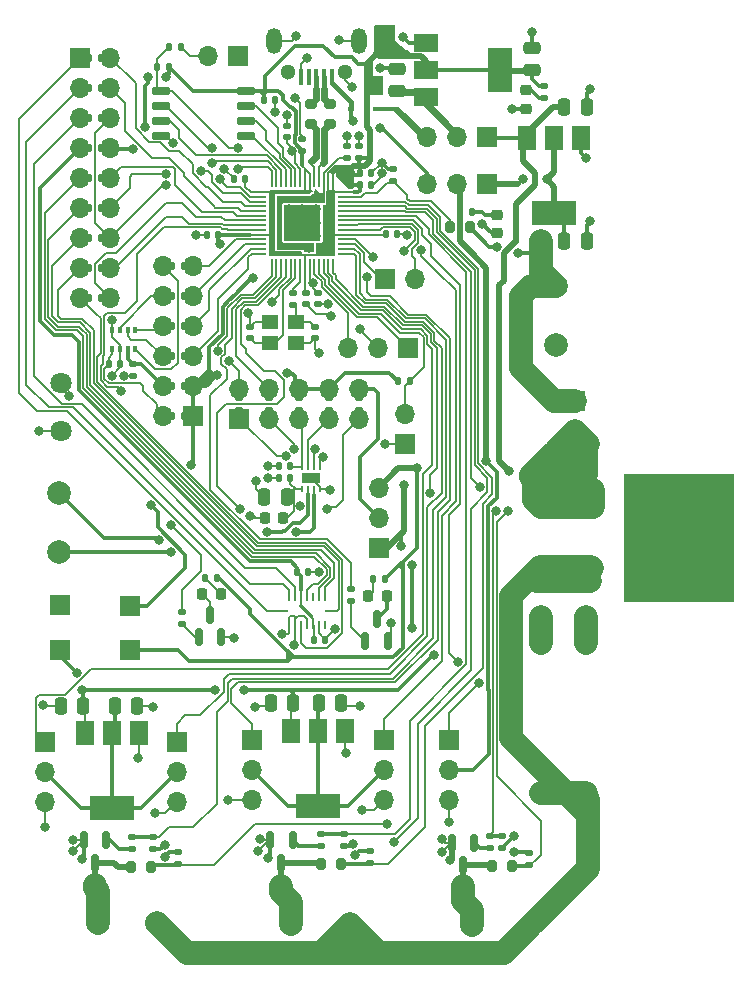
<source format=gbr>
%TF.GenerationSoftware,KiCad,Pcbnew,(6.0.10)*%
%TF.CreationDate,2023-02-23T14:30:16-05:00*%
%TF.ProjectId,rp2040_v0,72703230-3430-45f7-9630-2e6b69636164,rev?*%
%TF.SameCoordinates,Original*%
%TF.FileFunction,Copper,L1,Top*%
%TF.FilePolarity,Positive*%
%FSLAX46Y46*%
G04 Gerber Fmt 4.6, Leading zero omitted, Abs format (unit mm)*
G04 Created by KiCad (PCBNEW (6.0.10)) date 2023-02-23 14:30:16*
%MOMM*%
%LPD*%
G01*
G04 APERTURE LIST*
G04 Aperture macros list*
%AMRoundRect*
0 Rectangle with rounded corners*
0 $1 Rounding radius*
0 $2 $3 $4 $5 $6 $7 $8 $9 X,Y pos of 4 corners*
0 Add a 4 corners polygon primitive as box body*
4,1,4,$2,$3,$4,$5,$6,$7,$8,$9,$2,$3,0*
0 Add four circle primitives for the rounded corners*
1,1,$1+$1,$2,$3*
1,1,$1+$1,$4,$5*
1,1,$1+$1,$6,$7*
1,1,$1+$1,$8,$9*
0 Add four rect primitives between the rounded corners*
20,1,$1+$1,$2,$3,$4,$5,0*
20,1,$1+$1,$4,$5,$6,$7,0*
20,1,$1+$1,$6,$7,$8,$9,0*
20,1,$1+$1,$8,$9,$2,$3,0*%
G04 Aperture macros list end*
%TA.AperFunction,SMDPad,CuDef*%
%ADD10RoundRect,0.135000X0.185000X-0.135000X0.185000X0.135000X-0.185000X0.135000X-0.185000X-0.135000X0*%
%TD*%
%TA.AperFunction,ComponentPad*%
%ADD11C,1.600000*%
%TD*%
%TA.AperFunction,ComponentPad*%
%ADD12O,1.600000X1.600000*%
%TD*%
%TA.AperFunction,SMDPad,CuDef*%
%ADD13R,1.500000X2.000000*%
%TD*%
%TA.AperFunction,SMDPad,CuDef*%
%ADD14R,3.800000X2.000000*%
%TD*%
%TA.AperFunction,SMDPad,CuDef*%
%ADD15RoundRect,0.150000X-0.150000X0.587500X-0.150000X-0.587500X0.150000X-0.587500X0.150000X0.587500X0*%
%TD*%
%TA.AperFunction,SMDPad,CuDef*%
%ADD16R,4.600000X1.100000*%
%TD*%
%TA.AperFunction,SMDPad,CuDef*%
%ADD17R,9.400000X10.800000*%
%TD*%
%TA.AperFunction,SMDPad,CuDef*%
%ADD18RoundRect,0.250000X-0.250000X-0.475000X0.250000X-0.475000X0.250000X0.475000X-0.250000X0.475000X0*%
%TD*%
%TA.AperFunction,SMDPad,CuDef*%
%ADD19R,0.800000X0.250000*%
%TD*%
%TA.AperFunction,SMDPad,CuDef*%
%ADD20R,0.250000X0.800000*%
%TD*%
%TA.AperFunction,SMDPad,CuDef*%
%ADD21RoundRect,0.135000X0.135000X0.185000X-0.135000X0.185000X-0.135000X-0.185000X0.135000X-0.185000X0*%
%TD*%
%TA.AperFunction,SMDPad,CuDef*%
%ADD22RoundRect,0.150000X0.150000X-0.587500X0.150000X0.587500X-0.150000X0.587500X-0.150000X-0.587500X0*%
%TD*%
%TA.AperFunction,SMDPad,CuDef*%
%ADD23RoundRect,0.135000X-0.185000X0.135000X-0.185000X-0.135000X0.185000X-0.135000X0.185000X0.135000X0*%
%TD*%
%TA.AperFunction,SMDPad,CuDef*%
%ADD24RoundRect,0.140000X0.140000X0.170000X-0.140000X0.170000X-0.140000X-0.170000X0.140000X-0.170000X0*%
%TD*%
%TA.AperFunction,SMDPad,CuDef*%
%ADD25RoundRect,0.135000X-0.135000X-0.185000X0.135000X-0.185000X0.135000X0.185000X-0.135000X0.185000X0*%
%TD*%
%TA.AperFunction,SMDPad,CuDef*%
%ADD26RoundRect,0.250000X0.475000X-0.250000X0.475000X0.250000X-0.475000X0.250000X-0.475000X-0.250000X0*%
%TD*%
%TA.AperFunction,ComponentPad*%
%ADD27C,2.000000*%
%TD*%
%TA.AperFunction,SMDPad,CuDef*%
%ADD28RoundRect,0.140000X-0.140000X-0.170000X0.140000X-0.170000X0.140000X0.170000X-0.140000X0.170000X0*%
%TD*%
%TA.AperFunction,SMDPad,CuDef*%
%ADD29R,0.600000X0.450000*%
%TD*%
%TA.AperFunction,ComponentPad*%
%ADD30R,1.700000X1.700000*%
%TD*%
%TA.AperFunction,ComponentPad*%
%ADD31O,1.700000X1.700000*%
%TD*%
%TA.AperFunction,SMDPad,CuDef*%
%ADD32RoundRect,0.200000X-0.200000X-0.275000X0.200000X-0.275000X0.200000X0.275000X-0.200000X0.275000X0*%
%TD*%
%TA.AperFunction,SMDPad,CuDef*%
%ADD33RoundRect,0.250000X0.250000X0.475000X-0.250000X0.475000X-0.250000X-0.475000X0.250000X-0.475000X0*%
%TD*%
%TA.AperFunction,SMDPad,CuDef*%
%ADD34RoundRect,0.140000X-0.170000X0.140000X-0.170000X-0.140000X0.170000X-0.140000X0.170000X0.140000X0*%
%TD*%
%TA.AperFunction,SMDPad,CuDef*%
%ADD35RoundRect,0.140000X0.170000X-0.140000X0.170000X0.140000X-0.170000X0.140000X-0.170000X-0.140000X0*%
%TD*%
%TA.AperFunction,SMDPad,CuDef*%
%ADD36RoundRect,0.218750X0.256250X-0.218750X0.256250X0.218750X-0.256250X0.218750X-0.256250X-0.218750X0*%
%TD*%
%TA.AperFunction,SMDPad,CuDef*%
%ADD37R,1.100000X0.200000*%
%TD*%
%TA.AperFunction,SMDPad,CuDef*%
%ADD38R,0.200000X1.100000*%
%TD*%
%TA.AperFunction,SMDPad,CuDef*%
%ADD39R,3.100000X3.100000*%
%TD*%
%TA.AperFunction,SMDPad,CuDef*%
%ADD40R,2.000000X1.500000*%
%TD*%
%TA.AperFunction,SMDPad,CuDef*%
%ADD41R,2.000000X3.800000*%
%TD*%
%TA.AperFunction,SMDPad,CuDef*%
%ADD42RoundRect,0.250000X-0.475000X0.250000X-0.475000X-0.250000X0.475000X-0.250000X0.475000X0.250000X0*%
%TD*%
%TA.AperFunction,SMDPad,CuDef*%
%ADD43RoundRect,0.200000X0.275000X-0.200000X0.275000X0.200000X-0.275000X0.200000X-0.275000X-0.200000X0*%
%TD*%
%TA.AperFunction,SMDPad,CuDef*%
%ADD44RoundRect,0.218750X0.218750X0.256250X-0.218750X0.256250X-0.218750X-0.256250X0.218750X-0.256250X0*%
%TD*%
%TA.AperFunction,SMDPad,CuDef*%
%ADD45R,0.400000X1.400000*%
%TD*%
%TA.AperFunction,ComponentPad*%
%ADD46C,1.300000*%
%TD*%
%TA.AperFunction,ComponentPad*%
%ADD47O,1.300000X2.200000*%
%TD*%
%TA.AperFunction,SMDPad,CuDef*%
%ADD48RoundRect,0.150000X-0.650000X-0.150000X0.650000X-0.150000X0.650000X0.150000X-0.650000X0.150000X0*%
%TD*%
%TA.AperFunction,SMDPad,CuDef*%
%ADD49R,0.250000X0.500000*%
%TD*%
%TA.AperFunction,SMDPad,CuDef*%
%ADD50R,1.600000X0.900000*%
%TD*%
%TA.AperFunction,SMDPad,CuDef*%
%ADD51RoundRect,0.200000X0.200000X0.275000X-0.200000X0.275000X-0.200000X-0.275000X0.200000X-0.275000X0*%
%TD*%
%TA.AperFunction,SMDPad,CuDef*%
%ADD52RoundRect,0.200000X-0.275000X0.200000X-0.275000X-0.200000X0.275000X-0.200000X0.275000X0.200000X0*%
%TD*%
%TA.AperFunction,SMDPad,CuDef*%
%ADD53R,0.350000X0.500000*%
%TD*%
%TA.AperFunction,SMDPad,CuDef*%
%ADD54RoundRect,0.218750X-0.218750X-0.256250X0.218750X-0.256250X0.218750X0.256250X-0.218750X0.256250X0*%
%TD*%
%TA.AperFunction,SMDPad,CuDef*%
%ADD55R,1.400000X1.200000*%
%TD*%
%TA.AperFunction,SMDPad,CuDef*%
%ADD56RoundRect,0.225000X0.225000X0.250000X-0.225000X0.250000X-0.225000X-0.250000X0.225000X-0.250000X0*%
%TD*%
%TA.AperFunction,ComponentPad*%
%ADD57C,1.800000*%
%TD*%
%TA.AperFunction,ViaPad*%
%ADD58C,0.800000*%
%TD*%
%TA.AperFunction,Conductor*%
%ADD59C,0.300000*%
%TD*%
%TA.AperFunction,Conductor*%
%ADD60C,0.150000*%
%TD*%
%TA.AperFunction,Conductor*%
%ADD61C,2.000000*%
%TD*%
%TA.AperFunction,Conductor*%
%ADD62C,0.500000*%
%TD*%
%TA.AperFunction,Conductor*%
%ADD63C,0.400000*%
%TD*%
%TA.AperFunction,Conductor*%
%ADD64C,0.600000*%
%TD*%
G04 APERTURE END LIST*
D10*
%TO.P,R55,1*%
%TO.N,ADC_2__Pyro_C_Continuity_Check*%
X139836000Y-115810000D03*
%TO.P,R55,2*%
%TO.N,GND*%
X139836000Y-114790000D03*
%TD*%
%TO.P,R53,1*%
%TO.N,ADC_1__Pyro_B_Continuity_Check*%
X123600000Y-115910000D03*
%TO.P,R53,2*%
%TO.N,GND*%
X123600000Y-114890000D03*
%TD*%
%TO.P,R42,1*%
%TO.N,ADC_0__Pyro_A_Continuity_Check*%
X153300000Y-116010000D03*
%TO.P,R42,2*%
%TO.N,GND*%
X153300000Y-114990000D03*
%TD*%
%TO.P,R40,1*%
%TO.N,ADC_3__Battery_Read*%
X141800000Y-58100000D03*
%TO.P,R40,2*%
%TO.N,GND*%
X141800000Y-57080000D03*
%TD*%
D11*
%TO.P,R49,1*%
%TO.N,Net-(R48-Pad2)*%
X154300000Y-97200000D03*
D12*
%TO.P,R49,2*%
%TO.N,Armed_Batt+_with_big_pyro_resistor*%
X154300000Y-109900000D03*
%TD*%
D11*
%TO.P,R47,1*%
%TO.N,Net-(R46-Pad2)*%
X158100000Y-97150000D03*
D12*
%TO.P,R47,2*%
%TO.N,Armed_Batt+_with_big_pyro_resistor*%
X158100000Y-109850000D03*
%TD*%
D11*
%TO.P,R48,1*%
%TO.N,Net-(J15-Pad2)*%
X154300000Y-82300000D03*
D12*
%TO.P,R48,2*%
%TO.N,Net-(R48-Pad2)*%
X154300000Y-95000000D03*
%TD*%
%TO.P,R46,2*%
%TO.N,Net-(R46-Pad2)*%
X158100000Y-94950000D03*
D11*
%TO.P,R46,1*%
%TO.N,Net-(J15-Pad2)*%
X158100000Y-82250000D03*
%TD*%
D13*
%TO.P,U7,3,VI*%
%TO.N,Protected_VBATT+*%
X115686000Y-104828000D03*
%TO.P,U7,2,VO*%
%TO.N,5v_Servo_AB*%
X117986000Y-104828000D03*
D14*
X117986000Y-111128000D03*
D13*
%TO.P,U7,1,GND*%
%TO.N,GND*%
X120286000Y-104828000D03*
%TD*%
D15*
%TO.P,Q2,3,D*%
%TO.N,Net-(J25-Pad2)*%
X147738000Y-115949500D03*
%TO.P,Q2,2,S*%
%TO.N,GND*%
X146788000Y-114074500D03*
%TO.P,Q2,1,G*%
%TO.N,Net-(Q2-Pad1)*%
X148688000Y-114074500D03*
%TD*%
D16*
%TO.P,R39,1*%
%TO.N,Net-(J15-Pad2)*%
X156825000Y-85760000D03*
D17*
X165975000Y-88300000D03*
D16*
%TO.P,R39,2*%
%TO.N,Armed_Batt+_with_big_pyro_resistor*%
X156825000Y-90840000D03*
%TD*%
D18*
%TO.P,C25,2*%
%TO.N,Protected_VBATT+*%
X133330000Y-102300000D03*
%TO.P,C25,1*%
%TO.N,GND*%
X131430000Y-102300000D03*
%TD*%
D19*
%TO.P,U5,16,INT1*%
%TO.N,Net-(J13-Pad15)*%
X136410000Y-94476500D03*
D20*
%TO.P,U5,15,SDO1*%
%TO.N,Net-(J13-Pad13)*%
X136000000Y-93276500D03*
%TO.P,U5,14,CSB1*%
%TO.N,Net-(J13-Pad11)*%
X135500000Y-93276500D03*
%TO.P,U5,13,INT4*%
%TO.N,unconnected-(U5-Pad13)*%
X135000000Y-93276500D03*
%TO.P,U5,12,INT3*%
%TO.N,Net-(J13-Pad9)*%
X134500000Y-93276500D03*
%TO.P,U5,11,VDDIO*%
%TO.N,Net-(C20-Pad1)*%
X134000000Y-93276500D03*
%TO.P,U5,10,SDO2*%
%TO.N,Net-(J13-Pad5)*%
X133500000Y-93276500D03*
%TO.P,U5,9,SDA/SDI*%
%TO.N,Net-(J13-Pad3)*%
X133000000Y-93276500D03*
D19*
%TO.P,U5,8,SCL/SCK*%
%TO.N,Net-(J13-Pad1)*%
X132590000Y-94476500D03*
D20*
%TO.P,U5,7,PS*%
%TO.N,GND*%
X133000000Y-95676500D03*
%TO.P,U5,6,GNDIO*%
X133500000Y-95676500D03*
%TO.P,U5,5,CSB2*%
%TO.N,Net-(J13-Pad17)*%
X134000000Y-95676500D03*
%TO.P,U5,4,GNDA*%
%TO.N,GND*%
X134500000Y-95676500D03*
%TO.P,U5,3,VDD*%
%TO.N,Net-(C20-Pad1)*%
X135000000Y-95676500D03*
%TO.P,U5,2,NC*%
%TO.N,GND*%
X135500000Y-95676500D03*
%TO.P,U5,1,INT2*%
%TO.N,unconnected-(U5-Pad1)*%
X136000000Y-95676500D03*
%TD*%
D21*
%TO.P,R25,1*%
%TO.N,SPI1_CSn__BMP280_CSn*%
X124081000Y-67831000D03*
%TO.P,R25,2*%
%TO.N,Net-(J14-Pad10)*%
X123061000Y-67831000D03*
%TD*%
D22*
%TO.P,Q1,3,D*%
%TO.N,Net-(D5-Pad1)*%
X140400000Y-95162500D03*
%TO.P,Q1,2,S*%
%TO.N,GND*%
X141350000Y-97037500D03*
%TO.P,Q1,1,G*%
%TO.N,Net-(Q1-Pad1)*%
X139450000Y-97037500D03*
%TD*%
D23*
%TO.P,R6,1*%
%TO.N,+3.3V*%
X154559000Y-50036000D03*
%TO.P,R6,2*%
%TO.N,Net-(D6-Pad2)*%
X154559000Y-51056000D03*
%TD*%
D24*
%TO.P,C12,1*%
%TO.N,+3.3V*%
X127002000Y-62605000D03*
%TO.P,C12,2*%
%TO.N,GND*%
X126042000Y-62605000D03*
%TD*%
D25*
%TO.P,R17,1*%
%TO.N,Net-(J13-Pad11)*%
X116071000Y-60330000D03*
%TO.P,R17,2*%
%TO.N,SPI0_CSn__BMI088_CS_ACCEL*%
X117091000Y-60330000D03*
%TD*%
D26*
%TO.P,C5,1*%
%TO.N,+3.3V*%
X153543000Y-48702000D03*
%TO.P,C5,2*%
%TO.N,GND*%
X153543000Y-46802000D03*
%TD*%
D27*
%TO.P,J27,2,Pin_2*%
%TO.N,Net-(J27-Pad2)*%
X116803000Y-120887500D03*
%TO.P,J27,1,Pin_1*%
%TO.N,Armed_Batt+_with_big_pyro_resistor*%
X121803000Y-120887500D03*
%TD*%
D28*
%TO.P,C17,1*%
%TO.N,+3.3V*%
X141169000Y-62592000D03*
%TO.P,C17,2*%
%TO.N,GND*%
X142129000Y-62592000D03*
%TD*%
D10*
%TO.P,R57,2*%
%TO.N,Pyro_Control_C*%
X137636000Y-113311500D03*
%TO.P,R57,1*%
%TO.N,GND*%
X137636000Y-114331500D03*
%TD*%
D25*
%TO.P,R33,1*%
%TO.N,Net-(D5-Pad2)*%
X140090000Y-91800000D03*
%TO.P,R33,2*%
%TO.N,+5V*%
X141110000Y-91800000D03*
%TD*%
D29*
%TO.P,D1,2,A*%
%TO.N,VBUS*%
X138269000Y-51956000D03*
%TO.P,D1,1,K*%
%TO.N,Net-(D1-Pad1)*%
X140369000Y-51956000D03*
%TD*%
D30*
%TO.P,J3,1,Pin_1*%
%TO.N,Net-(J3-Pad1)*%
X143025000Y-72200000D03*
D31*
%TO.P,J3,2,Pin_2*%
%TO.N,GND*%
X140485000Y-72200000D03*
%TO.P,J3,3,Pin_3*%
%TO.N,Net-(J3-Pad3)*%
X137945000Y-72200000D03*
%TD*%
D18*
%TO.P,C24,2*%
%TO.N,Protected_VBATT+*%
X115550000Y-102500000D03*
%TO.P,C24,1*%
%TO.N,GND*%
X113650000Y-102500000D03*
%TD*%
D32*
%TO.P,R41,2*%
%TO.N,ADC_0__Pyro_A_Continuity_Check*%
X151865000Y-116028000D03*
%TO.P,R41,1*%
%TO.N,Net-(J25-Pad2)*%
X150215000Y-116028000D03*
%TD*%
D10*
%TO.P,R56,2*%
%TO.N,Pyro_Control_B*%
X121459000Y-113641500D03*
%TO.P,R56,1*%
%TO.N,GND*%
X121459000Y-114661500D03*
%TD*%
D30*
%TO.P,J22,1,Pin_1*%
%TO.N,Net-(J22-Pad1)*%
X128778000Y-78209000D03*
D31*
%TO.P,J22,2,Pin_2*%
%TO.N,PWM_6_A__Reaction_Control_Wheel_In_A*%
X128778000Y-75669000D03*
%TO.P,J22,3,Pin_3*%
%TO.N,Net-(J22-Pad3)*%
X131318000Y-78209000D03*
%TO.P,J22,4,Pin_4*%
%TO.N,PWM_7_A__Reaction_Control_Wheel_In_B*%
X131318000Y-75669000D03*
%TO.P,J22,5,Pin_5*%
%TO.N,Net-(C40-Pad1)*%
X133858000Y-78209000D03*
%TO.P,J22,6,Pin_6*%
%TO.N,+3.3V*%
X133858000Y-75669000D03*
%TO.P,J22,7,Pin_7*%
%TO.N,Net-(J22-Pad7)*%
X136398000Y-78209000D03*
%TO.P,J22,8,Pin_8*%
%TO.N,+3.3V*%
X136398000Y-75669000D03*
%TO.P,J22,9,Pin_9*%
%TO.N,Net-(C37-Pad1)*%
X138938000Y-78209000D03*
%TO.P,J22,10,Pin_10*%
%TO.N,MOTOR_POWER*%
X138938000Y-75669000D03*
%TD*%
D15*
%TO.P,Q5,3,D*%
%TO.N,Net-(J28-Pad2)*%
X132350000Y-115775000D03*
%TO.P,Q5,2,S*%
%TO.N,GND*%
X131400000Y-113900000D03*
%TO.P,Q5,1,G*%
%TO.N,Net-(Q5-Pad1)*%
X133300000Y-113900000D03*
%TD*%
D23*
%TO.P,R32,1*%
%TO.N,User_controlled_LED_A*%
X138200000Y-92590000D03*
%TO.P,R32,2*%
%TO.N,Net-(Q1-Pad1)*%
X138200000Y-93610000D03*
%TD*%
D33*
%TO.P,C38,1*%
%TO.N,Net-(C37-Pad1)*%
X132775000Y-84825000D03*
%TO.P,C38,2*%
%TO.N,GND*%
X130875000Y-84825000D03*
%TD*%
D28*
%TO.P,C21,2*%
%TO.N,GND*%
X134623000Y-91179500D03*
%TO.P,C21,1*%
%TO.N,Net-(C20-Pad1)*%
X133663000Y-91179500D03*
%TD*%
%TO.P,C19,1*%
%TO.N,+3.3V*%
X138966000Y-58433000D03*
%TO.P,C19,2*%
%TO.N,GND*%
X139926000Y-58433000D03*
%TD*%
D31*
%TO.P,J18,3,Pin_3*%
%TO.N,GND*%
X141000000Y-110480000D03*
%TO.P,J18,2,Pin_2*%
%TO.N,5v_Servo_CD*%
X141000000Y-107940000D03*
D30*
%TO.P,J18,1,Pin_1*%
%TO.N,PWM_3_A__Servo_D*%
X141000000Y-105400000D03*
%TD*%
D34*
%TO.P,C1,1*%
%TO.N,GND*%
X129692000Y-70399000D03*
%TO.P,C1,2*%
%TO.N,XIN*%
X129692000Y-71359000D03*
%TD*%
%TO.P,C3,1*%
%TO.N,Net-(C3-Pad1)*%
X135182000Y-70399000D03*
%TO.P,C3,2*%
%TO.N,GND*%
X135182000Y-71359000D03*
%TD*%
D25*
%TO.P,R16,1*%
%TO.N,Net-(J13-Pad9)*%
X116076000Y-57780000D03*
%TO.P,R16,2*%
%TO.N,GYRO_INT*%
X117096000Y-57780000D03*
%TD*%
D35*
%TO.P,C16,1*%
%TO.N,+3.3V*%
X138922000Y-56085000D03*
%TO.P,C16,2*%
%TO.N,GND*%
X138922000Y-55125000D03*
%TD*%
D23*
%TO.P,R59,2*%
%TO.N,Net-(Q5-Pad1)*%
X135700000Y-114331500D03*
%TO.P,R59,1*%
%TO.N,Pyro_Control_C*%
X135700000Y-113311500D03*
%TD*%
D36*
%TO.P,D4,1,K*%
%TO.N,GND*%
X150622000Y-62509500D03*
%TO.P,D4,2,A*%
%TO.N,Net-(D4-Pad2)*%
X150622000Y-60934500D03*
%TD*%
D21*
%TO.P,R22,1*%
%TO.N,+3.3V*%
X124081000Y-75451000D03*
%TO.P,R22,2*%
%TO.N,Net-(C22-Pad1)*%
X123061000Y-75451000D03*
%TD*%
D37*
%TO.P,U3,1,IOVDD*%
%TO.N,+3.3V*%
X130572000Y-59005000D03*
%TO.P,U3,2,GPIO0*%
%TO.N,SPI0_RX__BMI088_MISO*%
X130572000Y-59405000D03*
%TO.P,U3,3,GPIO1*%
%TO.N,SPI0_CSn__BMI088_CS_ACCEL*%
X130572000Y-59805000D03*
%TO.P,U3,4,GPIO2*%
%TO.N,SPI0_SCK__BMI088_SCLK*%
X130572000Y-60205000D03*
%TO.P,U3,5,GPIO3*%
%TO.N,SPI0_TX__BMI088_MOSI*%
X130572000Y-60605000D03*
%TO.P,U3,6,GPIO4*%
%TO.N,GYRO_INT*%
X130572000Y-61005000D03*
%TO.P,U3,7,GPIO5*%
%TO.N,SPI0_CSn__BMI088_CS_GYRO*%
X130572000Y-61405000D03*
%TO.P,U3,8,GPIO6*%
%TO.N,ACCEL_INT*%
X130572000Y-61805000D03*
%TO.P,U3,9,GPIO7*%
%TO.N,Buzzer*%
X130572000Y-62205000D03*
%TO.P,U3,10,IOVDD*%
%TO.N,+3.3V*%
X130572000Y-62605000D03*
%TO.P,U3,11,GPIO8*%
%TO.N,SPI1_RX__BMP280_MISO*%
X130572000Y-63005000D03*
%TO.P,U3,12,GPIO9*%
%TO.N,SPI1_CSn__BMP280_CSn*%
X130572000Y-63405000D03*
%TO.P,U3,13,GPIO10*%
%TO.N,SPI1_SCK__BMP280_SCLK*%
X130572000Y-63805000D03*
%TO.P,U3,14,GPIO11*%
%TO.N,SPI1_TX__BMP280_MOSI*%
X130572000Y-64205000D03*
D38*
%TO.P,U3,15,GPIO12*%
%TO.N,PWM_6_A__Reaction_Control_Wheel_In_A*%
X131522000Y-65155000D03*
%TO.P,U3,16,GPIO13*%
%TO.N,User_controlled_LED_A*%
X131922000Y-65155000D03*
%TO.P,U3,17,GPIO14*%
%TO.N,PWM_7_A__Reaction_Control_Wheel_In_B*%
X132322000Y-65155000D03*
%TO.P,U3,18,GPIO15*%
%TO.N,User_controlled_LED_B*%
X132722000Y-65155000D03*
%TO.P,U3,19,TESTEN*%
%TO.N,GND*%
X133122000Y-65155000D03*
%TO.P,U3,20,XIN*%
%TO.N,XIN*%
X133522000Y-65155000D03*
%TO.P,U3,21,XOUT*%
%TO.N,XOUT*%
X133922000Y-65155000D03*
%TO.P,U3,22,IOVDD*%
%TO.N,+3.3V*%
X134322000Y-65155000D03*
%TO.P,U3,23,DVDD*%
%TO.N,+1V1*%
X134722000Y-65155000D03*
%TO.P,U3,24,SWCLK*%
%TO.N,Net-(J3-Pad3)*%
X135122000Y-65155000D03*
%TO.P,U3,25,SWD*%
%TO.N,Net-(J3-Pad1)*%
X135522000Y-65155000D03*
%TO.P,U3,26,RUN*%
%TO.N,Run*%
X135922000Y-65155000D03*
%TO.P,U3,27,GPIO16*%
%TO.N,PWM_0_A__Servo_A*%
X136322000Y-65155000D03*
%TO.P,U3,28,GPIO17*%
%TO.N,Pyro_Control_A*%
X136722000Y-65155000D03*
D37*
%TO.P,U3,29,GPIO18*%
%TO.N,PWM_1_A__Servo_B*%
X137672000Y-64205000D03*
%TO.P,U3,30,GPIO19*%
%TO.N,Pyro_Control_B*%
X137672000Y-63805000D03*
%TO.P,U3,31,GPIO20*%
%TO.N,UART_1_TX_I2C0_SDA*%
X137672000Y-63405000D03*
%TO.P,U3,32,GPIO21*%
%TO.N,PWM_2_B__Servo_C*%
X137672000Y-63005000D03*
%TO.P,U3,33,IOVDD*%
%TO.N,+3.3V*%
X137672000Y-62605000D03*
%TO.P,U3,34,GPIO22*%
%TO.N,PWM_3_A__Servo_D*%
X137672000Y-62205000D03*
%TO.P,U3,35,GPIO23*%
%TO.N,UART_1_RX_I2C0_SCL*%
X137672000Y-61805000D03*
%TO.P,U3,36,GPIO24*%
%TO.N,PWM_4_A__Servo_E*%
X137672000Y-61405000D03*
%TO.P,U3,37,GPIO25*%
%TO.N,Pyro_Control_C*%
X137672000Y-61005000D03*
%TO.P,U3,38,GPIO26_ADC0*%
%TO.N,ADC_0__Pyro_A_Continuity_Check*%
X137672000Y-60605000D03*
%TO.P,U3,39,GPIO27_ADC1*%
%TO.N,ADC_1__Pyro_B_Continuity_Check*%
X137672000Y-60205000D03*
%TO.P,U3,40,GPIO28_ADC2*%
%TO.N,ADC_2__Pyro_C_Continuity_Check*%
X137672000Y-59805000D03*
%TO.P,U3,41,GPIO29_ADC3*%
%TO.N,ADC_3__Battery_Read*%
X137672000Y-59405000D03*
%TO.P,U3,42,IOVDD*%
%TO.N,+3.3V*%
X137672000Y-59005000D03*
D38*
%TO.P,U3,43,ADC_AVDD*%
X136722000Y-58055000D03*
%TO.P,U3,44,VREG_IN*%
X136322000Y-58055000D03*
%TO.P,U3,45,VREG_VOUT*%
%TO.N,+1V1*%
X135922000Y-58055000D03*
%TO.P,U3,46,USB_DM*%
%TO.N,/D-*%
X135522000Y-58055000D03*
%TO.P,U3,47,USB_DP*%
%TO.N,/D+*%
X135122000Y-58055000D03*
%TO.P,U3,48,USB_VDD*%
%TO.N,+3.3V*%
X134722000Y-58055000D03*
%TO.P,U3,49,IOVDD*%
X134322000Y-58055000D03*
%TO.P,U3,50,DVDD*%
%TO.N,+1V1*%
X133922000Y-58055000D03*
%TO.P,U3,51,QSPI_SD3*%
%TO.N,/QSPI_SD3*%
X133522000Y-58055000D03*
%TO.P,U3,52,QSPI_SCLK*%
%TO.N,/QSPI_SCLK*%
X133122000Y-58055000D03*
%TO.P,U3,53,QSPI_SD0*%
%TO.N,/QSPI_SD0*%
X132722000Y-58055000D03*
%TO.P,U3,54,QSPI_SD2*%
%TO.N,/QSPI_SD2*%
X132322000Y-58055000D03*
%TO.P,U3,55,QSPI_SD1*%
%TO.N,/QSPI_SD1*%
X131922000Y-58055000D03*
%TO.P,U3,56,QSPI_SS*%
%TO.N,/QSPI_SS*%
X131522000Y-58055000D03*
D39*
%TO.P,U3,57,GND*%
%TO.N,GND*%
X134122000Y-61605000D03*
%TD*%
D28*
%TO.P,C20,2*%
%TO.N,GND*%
X136024000Y-96894500D03*
%TO.P,C20,1*%
%TO.N,Net-(C20-Pad1)*%
X135064000Y-96894500D03*
%TD*%
%TO.P,C23,1*%
%TO.N,Net-(C23-Pad1)*%
X117757000Y-73546000D03*
%TO.P,C23,2*%
%TO.N,GND*%
X118717000Y-73546000D03*
%TD*%
D18*
%TO.P,C27,2*%
%TO.N,GND*%
X120122000Y-102500000D03*
%TO.P,C27,1*%
%TO.N,5v_Servo_AB*%
X118222000Y-102500000D03*
%TD*%
D30*
%TO.P,J13,1,Pin_1*%
%TO.N,Net-(J13-Pad1)*%
X115311000Y-47630000D03*
D31*
%TO.P,J13,2,Pin_2*%
%TO.N,SPI0_SCK__BMI088_SCLK*%
X117851000Y-47630000D03*
%TO.P,J13,3,Pin_3*%
%TO.N,Net-(J13-Pad3)*%
X115311000Y-50170000D03*
%TO.P,J13,4,Pin_4*%
%TO.N,SPI0_TX__BMI088_MOSI*%
X117851000Y-50170000D03*
%TO.P,J13,5,Pin_5*%
%TO.N,Net-(J13-Pad5)*%
X115311000Y-52710000D03*
%TO.P,J13,6,Pin_6*%
%TO.N,SPI0_RX__BMI088_MISO*%
X117851000Y-52710000D03*
%TO.P,J13,7,Pin_7*%
%TO.N,Net-(C20-Pad1)*%
X115311000Y-55250000D03*
%TO.P,J13,8,Pin_8*%
%TO.N,+3.3V*%
X117851000Y-55250000D03*
%TO.P,J13,9,Pin_9*%
%TO.N,Net-(J13-Pad9)*%
X115311000Y-57790000D03*
%TO.P,J13,10,Pin_10*%
%TO.N,GYRO_INT*%
X117851000Y-57790000D03*
%TO.P,J13,11,Pin_11*%
%TO.N,Net-(J13-Pad11)*%
X115311000Y-60330000D03*
%TO.P,J13,12,Pin_12*%
%TO.N,SPI0_CSn__BMI088_CS_ACCEL*%
X117851000Y-60330000D03*
%TO.P,J13,13,Pin_13*%
%TO.N,Net-(J13-Pad13)*%
X115311000Y-62870000D03*
%TO.P,J13,14,Pin_14*%
%TO.N,SPI0_RX__BMI088_MISO*%
X117851000Y-62870000D03*
%TO.P,J13,15,Pin_15*%
%TO.N,Net-(J13-Pad15)*%
X115311000Y-65410000D03*
%TO.P,J13,16,Pin_16*%
%TO.N,ACCEL_INT*%
X117851000Y-65410000D03*
%TO.P,J13,17,Pin_17*%
%TO.N,Net-(J13-Pad17)*%
X115311000Y-67950000D03*
%TO.P,J13,18,Pin_18*%
%TO.N,SPI0_CSn__BMI088_CS_GYRO*%
X117851000Y-67950000D03*
%TD*%
D25*
%TO.P,R19,1*%
%TO.N,Net-(J13-Pad15)*%
X116071000Y-65410000D03*
%TO.P,R19,2*%
%TO.N,ACCEL_INT*%
X117091000Y-65410000D03*
%TD*%
D40*
%TO.P,U2,1,GND*%
%TO.N,GND*%
X144551000Y-46341000D03*
D41*
%TO.P,U2,2,VO*%
%TO.N,+3.3V*%
X150851000Y-48641000D03*
D40*
X144551000Y-48641000D03*
%TO.P,U2,3,VI*%
%TO.N,Net-(C2-Pad2)*%
X144551000Y-50941000D03*
%TD*%
D23*
%TO.P,R45,2*%
%TO.N,Net-(Q2-Pad1)*%
X150000000Y-114506000D03*
%TO.P,R45,1*%
%TO.N,Pyro_Control_A*%
X150000000Y-113486000D03*
%TD*%
D28*
%TO.P,C4,2*%
%TO.N,GND*%
X131798000Y-51194000D03*
%TO.P,C4,1*%
%TO.N,+3.3V*%
X130838000Y-51194000D03*
%TD*%
D32*
%TO.P,R52,2*%
%TO.N,ADC_1__Pyro_B_Continuity_Check*%
X121284000Y-116107500D03*
%TO.P,R52,1*%
%TO.N,Net-(J27-Pad2)*%
X119634000Y-116107500D03*
%TD*%
D42*
%TO.P,C2,1*%
%TO.N,GND*%
X142113000Y-48580000D03*
%TO.P,C2,2*%
%TO.N,Net-(C2-Pad2)*%
X142113000Y-50480000D03*
%TD*%
D15*
%TO.P,Q4,3,D*%
%TO.N,Net-(J27-Pad2)*%
X116550000Y-115775000D03*
%TO.P,Q4,2,S*%
%TO.N,GND*%
X115600000Y-113900000D03*
%TO.P,Q4,1,G*%
%TO.N,Net-(Q4-Pad1)*%
X117500000Y-113900000D03*
%TD*%
D31*
%TO.P,J19,3,Pin_3*%
%TO.N,GND*%
X129840000Y-110450000D03*
%TO.P,J19,2,Pin_2*%
%TO.N,5v_Servo_CD*%
X129840000Y-107910000D03*
D30*
%TO.P,J19,1,Pin_1*%
%TO.N,PWM_2_B__Servo_C*%
X129840000Y-105370000D03*
%TD*%
D18*
%TO.P,C11,1*%
%TO.N,Net-(C11-Pad1)*%
X156276000Y-63119000D03*
%TO.P,C11,2*%
%TO.N,GND*%
X158176000Y-63119000D03*
%TD*%
D25*
%TO.P,R13,1*%
%TO.N,Net-(J13-Pad5)*%
X116071000Y-52710000D03*
%TO.P,R13,2*%
%TO.N,SPI0_RX__BMI088_MISO*%
X117091000Y-52710000D03*
%TD*%
D21*
%TO.P,R23,1*%
%TO.N,SPI1_TX__BMP280_MOSI*%
X124081000Y-72911000D03*
%TO.P,R23,2*%
%TO.N,Net-(J14-Pad6)*%
X123061000Y-72911000D03*
%TD*%
%TO.P,R26,1*%
%TO.N,SPI1_RX__BMP280_MISO*%
X124081000Y-65291000D03*
%TO.P,R26,2*%
%TO.N,Net-(J14-Pad12)*%
X123061000Y-65291000D03*
%TD*%
D10*
%TO.P,R35,1*%
%TO.N,Net-(J22-Pad3)*%
X131281000Y-77474000D03*
%TO.P,R35,2*%
%TO.N,PWM_7_A__Reaction_Control_Wheel_In_B*%
X131281000Y-76454000D03*
%TD*%
D33*
%TO.P,C9,1*%
%TO.N,GND*%
X158176000Y-51816000D03*
%TO.P,C9,2*%
%TO.N,Protected_VBATT+*%
X156276000Y-51816000D03*
%TD*%
D30*
%TO.P,J11,1,Pin_1*%
%TO.N,UART_1_TX_I2C0_SDA*%
X141125000Y-66400000D03*
D31*
%TO.P,J11,2,Pin_2*%
%TO.N,UART_1_RX_I2C0_SCL*%
X143665000Y-66400000D03*
%TD*%
D34*
%TO.P,C6,1*%
%TO.N,GND*%
X132842000Y-53381000D03*
%TO.P,C6,2*%
%TO.N,+1V1*%
X132842000Y-54341000D03*
%TD*%
D30*
%TO.P,J15,1,Pin_1*%
%TO.N,+BATT*%
X157226000Y-76703000D03*
D31*
%TO.P,J15,2,Pin_2*%
%TO.N,Net-(J15-Pad2)*%
X157226000Y-79243000D03*
%TD*%
D43*
%TO.P,R4,1*%
%TO.N,/D+*%
X134818500Y-53230000D03*
%TO.P,R4,2*%
%TO.N,USB_D+*%
X134818500Y-51580000D03*
%TD*%
D30*
%TO.P,J7,1,Pin_1*%
%TO.N,+3.3V*%
X119550000Y-94020000D03*
%TD*%
D31*
%TO.P,J17,3,Pin_3*%
%TO.N,GND*%
X146500000Y-110480000D03*
%TO.P,J17,2,Pin_2*%
%TO.N,+5V*%
X146500000Y-107940000D03*
D30*
%TO.P,J17,1,Pin_1*%
%TO.N,PWM_4_A__Servo_E*%
X146500000Y-105400000D03*
%TD*%
%TO.P,J2,1,Pin_1*%
%TO.N,GND*%
X128651000Y-47511000D03*
D31*
%TO.P,J2,2,Pin_2*%
%TO.N,Net-(J2-Pad2)*%
X126111000Y-47511000D03*
%TD*%
D44*
%TO.P,D5,1,K*%
%TO.N,Net-(D5-Pad1)*%
X141287500Y-93200000D03*
%TO.P,D5,2,A*%
%TO.N,Net-(D5-Pad2)*%
X139712500Y-93200000D03*
%TD*%
D10*
%TO.P,R38,1*%
%TO.N,Net-(C37-Pad1)*%
X138900000Y-77450000D03*
%TO.P,R38,2*%
%TO.N,MOTOR_POWER*%
X138900000Y-76430000D03*
%TD*%
D23*
%TO.P,R58,2*%
%TO.N,Net-(Q4-Pad1)*%
X119659000Y-114661500D03*
%TO.P,R58,1*%
%TO.N,Pyro_Control_B*%
X119659000Y-113641500D03*
%TD*%
D27*
%TO.P,J25,2,Pin_2*%
%TO.N,Net-(J25-Pad2)*%
X148500000Y-121100000D03*
%TO.P,J25,1,Pin_1*%
%TO.N,Armed_Batt+_with_big_pyro_resistor*%
X153500000Y-121100000D03*
%TD*%
%TO.P,J28,2,Pin_2*%
%TO.N,Net-(J28-Pad2)*%
X133156000Y-120995500D03*
%TO.P,J28,1,Pin_1*%
%TO.N,Armed_Batt+_with_big_pyro_resistor*%
X138156000Y-120995500D03*
%TD*%
D25*
%TO.P,R9,1*%
%TO.N,Net-(J13-Pad1)*%
X116073000Y-47630000D03*
%TO.P,R9,2*%
%TO.N,SPI0_SCK__BMI088_SCLK*%
X117093000Y-47630000D03*
%TD*%
D45*
%TO.P,J5,1,VBUS*%
%TO.N,VBUS*%
X136594500Y-49225500D03*
%TO.P,J5,2,D-*%
%TO.N,USB_D-*%
X135944500Y-49225500D03*
%TO.P,J5,3,D+*%
%TO.N,USB_D+*%
X135294500Y-49225500D03*
%TO.P,J5,4,ID*%
%TO.N,unconnected-(J5-Pad4)*%
X134644500Y-49225500D03*
%TO.P,J5,5,GND*%
%TO.N,GND*%
X133994500Y-49225500D03*
D46*
%TO.P,J5,6,Shield*%
X132874500Y-48855500D03*
D47*
%TO.P,J5,7*%
%TO.N,N/C*%
X131694500Y-46185500D03*
%TO.P,J5,8*%
X138894500Y-46185500D03*
D46*
%TO.P,J5,9*%
X137714500Y-48855500D03*
%TD*%
D25*
%TO.P,R2,1*%
%TO.N,/QSPI_SS*%
X121791000Y-48400000D03*
%TO.P,R2,2*%
%TO.N,+3.3V*%
X122811000Y-48400000D03*
%TD*%
D48*
%TO.P,U1,1,~{CS}*%
%TO.N,/QSPI_SS*%
X122130000Y-50410000D03*
%TO.P,U1,2,DO*%
%TO.N,/QSPI_SD1*%
X122130000Y-51680000D03*
%TO.P,U1,3,IO2*%
%TO.N,/QSPI_SD2*%
X122130000Y-52950000D03*
%TO.P,U1,4,GND*%
%TO.N,GND*%
X122130000Y-54220000D03*
%TO.P,U1,5,DI*%
%TO.N,/QSPI_SD0*%
X129330000Y-54220000D03*
%TO.P,U1,6,CLK*%
%TO.N,/QSPI_SCLK*%
X129330000Y-52950000D03*
%TO.P,U1,7,IO3*%
%TO.N,/QSPI_SD3*%
X129330000Y-51680000D03*
%TO.P,U1,8,VCC*%
%TO.N,+3.3V*%
X129330000Y-50410000D03*
%TD*%
D18*
%TO.P,C28,2*%
%TO.N,GND*%
X137394000Y-102300000D03*
%TO.P,C28,1*%
%TO.N,5v_Servo_CD*%
X135494000Y-102300000D03*
%TD*%
D31*
%TO.P,J21,3,Pin_3*%
%TO.N,GND*%
X112314000Y-110628000D03*
%TO.P,J21,2,Pin_2*%
%TO.N,5v_Servo_AB*%
X112314000Y-108088000D03*
D30*
%TO.P,J21,1,Pin_1*%
%TO.N,PWM_0_A__Servo_A*%
X112314000Y-105548000D03*
%TD*%
%TO.P,J9,1,Pin_1*%
%TO.N,GND*%
X142800000Y-80300000D03*
D31*
%TO.P,J9,2,Pin_2*%
%TO.N,Run*%
X142800000Y-77760000D03*
%TD*%
D30*
%TO.P,J8,1,Pin_1*%
%TO.N,Net-(C11-Pad1)*%
X149733000Y-58293000D03*
D31*
%TO.P,J8,2,Pin_2*%
%TO.N,+5V*%
X147193000Y-58293000D03*
%TO.P,J8,3,Pin_3*%
%TO.N,VBUS*%
X144653000Y-58293000D03*
%TD*%
D10*
%TO.P,R3,1*%
%TO.N,Net-(C3-Pad1)*%
X133362000Y-68535000D03*
%TO.P,R3,2*%
%TO.N,XOUT*%
X133362000Y-67515000D03*
%TD*%
D21*
%TO.P,R21,1*%
%TO.N,+3.3V*%
X124081000Y-77991000D03*
%TO.P,R21,2*%
%TO.N,Net-(C23-Pad1)*%
X123061000Y-77991000D03*
%TD*%
D25*
%TO.P,R12,1*%
%TO.N,Net-(J13-Pad3)*%
X116071000Y-50170000D03*
%TO.P,R12,2*%
%TO.N,SPI0_TX__BMI088_MOSI*%
X117091000Y-50170000D03*
%TD*%
D10*
%TO.P,R36,1*%
%TO.N,Net-(J22-Pad7)*%
X136400000Y-77450000D03*
%TO.P,R36,2*%
%TO.N,+3.3V*%
X136400000Y-76430000D03*
%TD*%
%TO.P,R34,1*%
%TO.N,Net-(J22-Pad1)*%
X128741000Y-77472000D03*
%TO.P,R34,2*%
%TO.N,PWM_6_A__Reaction_Control_Wheel_In_A*%
X128741000Y-76452000D03*
%TD*%
D25*
%TO.P,R20,1*%
%TO.N,Net-(J13-Pad17)*%
X116071000Y-67950000D03*
%TO.P,R20,2*%
%TO.N,SPI0_CSn__BMI088_CS_GYRO*%
X117091000Y-67950000D03*
%TD*%
D30*
%TO.P,J14,1,Pin_1*%
%TO.N,+3.3V*%
X124846000Y-77991000D03*
D31*
%TO.P,J14,2,Pin_2*%
%TO.N,Net-(C23-Pad1)*%
X122306000Y-77991000D03*
%TO.P,J14,3,Pin_3*%
%TO.N,+3.3V*%
X124846000Y-75451000D03*
%TO.P,J14,4,Pin_4*%
%TO.N,Net-(C22-Pad1)*%
X122306000Y-75451000D03*
%TO.P,J14,5,Pin_5*%
%TO.N,SPI1_TX__BMP280_MOSI*%
X124846000Y-72911000D03*
%TO.P,J14,6,Pin_6*%
%TO.N,Net-(J14-Pad6)*%
X122306000Y-72911000D03*
%TO.P,J14,7,Pin_7*%
%TO.N,SPI1_SCK__BMP280_SCLK*%
X124846000Y-70371000D03*
%TO.P,J14,8,Pin_8*%
%TO.N,Net-(J14-Pad8)*%
X122306000Y-70371000D03*
%TO.P,J14,9,Pin_9*%
%TO.N,SPI1_CSn__BMP280_CSn*%
X124846000Y-67831000D03*
%TO.P,J14,10,Pin_10*%
%TO.N,Net-(J14-Pad10)*%
X122306000Y-67831000D03*
%TO.P,J14,11,Pin_11*%
%TO.N,SPI1_RX__BMP280_MISO*%
X124846000Y-65291000D03*
%TO.P,J14,12,Pin_12*%
%TO.N,Net-(J14-Pad12)*%
X122306000Y-65291000D03*
%TD*%
D49*
%TO.P,U12,1,VM*%
%TO.N,Net-(C37-Pad1)*%
X134075000Y-84175000D03*
%TO.P,U12,2,OUT1*%
%TO.N,Net-(J23-Pad2)*%
X134575000Y-84175000D03*
%TO.P,U12,3,OUT2*%
%TO.N,Net-(J23-Pad1)*%
X135075000Y-84175000D03*
%TO.P,U12,4,GND*%
%TO.N,GND*%
X135575000Y-84175000D03*
%TO.P,U12,5,IN2*%
%TO.N,Net-(J22-Pad1)*%
X135575000Y-82275000D03*
%TO.P,U12,6,IN1*%
%TO.N,Net-(J22-Pad3)*%
X135075000Y-82275000D03*
%TO.P,U12,7,~{SLEEP}*%
%TO.N,Net-(J22-Pad7)*%
X134575000Y-82275000D03*
%TO.P,U12,8,VCC*%
%TO.N,Net-(C40-Pad1)*%
X134075000Y-82275000D03*
D50*
%TO.P,U12,9,GND*%
%TO.N,GND*%
X134825000Y-83225000D03*
%TD*%
D10*
%TO.P,R37,1*%
%TO.N,Net-(C40-Pad1)*%
X133853000Y-77444000D03*
%TO.P,R37,2*%
%TO.N,+3.3V*%
X133853000Y-76424000D03*
%TD*%
D28*
%TO.P,C14,1*%
%TO.N,+3.3V*%
X138966000Y-57400000D03*
%TO.P,C14,2*%
%TO.N,GND*%
X139926000Y-57400000D03*
%TD*%
D27*
%TO.P,J23,1,Pin_1*%
%TO.N,Net-(J23-Pad1)*%
X113500000Y-89500000D03*
%TO.P,J23,2,Pin_2*%
%TO.N,Net-(J23-Pad2)*%
X113500000Y-84500000D03*
%TD*%
D21*
%TO.P,R24,1*%
%TO.N,SPI1_SCK__BMP280_SCLK*%
X124081000Y-70371000D03*
%TO.P,R24,2*%
%TO.N,Net-(J14-Pad8)*%
X123061000Y-70371000D03*
%TD*%
D36*
%TO.P,D6,1,K*%
%TO.N,GND*%
X153035000Y-51968500D03*
%TO.P,D6,2,A*%
%TO.N,Net-(D6-Pad2)*%
X153035000Y-50393500D03*
%TD*%
D35*
%TO.P,C18,1*%
%TO.N,+3.3V*%
X134112000Y-55484000D03*
%TO.P,C18,2*%
%TO.N,GND*%
X134112000Y-54524000D03*
%TD*%
D13*
%TO.P,U8,3,VI*%
%TO.N,Protected_VBATT+*%
X133128000Y-104643000D03*
%TO.P,U8,2,VO*%
%TO.N,5v_Servo_CD*%
X135428000Y-104643000D03*
D14*
X135428000Y-110943000D03*
D13*
%TO.P,U8,1,GND*%
%TO.N,GND*%
X137728000Y-104643000D03*
%TD*%
D51*
%TO.P,R43,1*%
%TO.N,+BATT*%
X148272000Y-61976000D03*
%TO.P,R43,2*%
%TO.N,ADC_3__Battery_Read*%
X146622000Y-61976000D03*
%TD*%
D31*
%TO.P,J16,3,Pin_3*%
%TO.N,+5V*%
X140600000Y-84045000D03*
%TO.P,J16,2,Pin_2*%
%TO.N,MOTOR_POWER*%
X140600000Y-86585000D03*
D30*
%TO.P,J16,1,Pin_1*%
%TO.N,Protected_VBATT+*%
X140600000Y-89125000D03*
%TD*%
D21*
%TO.P,R1,1*%
%TO.N,Net-(J2-Pad2)*%
X123825000Y-46749000D03*
%TO.P,R1,2*%
%TO.N,/QSPI_SS*%
X122805000Y-46749000D03*
%TD*%
D24*
%TO.P,C15,1*%
%TO.N,+3.3V*%
X129258000Y-57925000D03*
%TO.P,C15,2*%
%TO.N,GND*%
X128298000Y-57925000D03*
%TD*%
D34*
%TO.P,C22,1*%
%TO.N,Net-(C22-Pad1)*%
X119761000Y-73574000D03*
%TO.P,C22,2*%
%TO.N,GND*%
X119761000Y-74534000D03*
%TD*%
D52*
%TO.P,R5,1*%
%TO.N,USB_D-*%
X136418500Y-51580000D03*
%TO.P,R5,2*%
%TO.N,/D-*%
X136418500Y-53230000D03*
%TD*%
D53*
%TO.P,U6,8,VDD*%
%TO.N,Net-(C23-Pad1)*%
X118024000Y-72314000D03*
%TO.P,U6,7,GND*%
%TO.N,GND*%
X118674000Y-72314000D03*
%TO.P,U6,6,VDDIO*%
%TO.N,Net-(C22-Pad1)*%
X119324000Y-72314000D03*
%TO.P,U6,5,SDO*%
%TO.N,Net-(J14-Pad12)*%
X119974000Y-72314000D03*
%TO.P,U6,4,SCK*%
%TO.N,Net-(J14-Pad8)*%
X119974000Y-70714000D03*
%TO.P,U6,3,SDI*%
%TO.N,Net-(J14-Pad6)*%
X119324000Y-70714000D03*
%TO.P,U6,2,CSB*%
%TO.N,Net-(J14-Pad10)*%
X118674000Y-70714000D03*
%TO.P,U6,1,GND*%
%TO.N,GND*%
X118024000Y-70714000D03*
%TD*%
D54*
%TO.P,D3,1,K*%
%TO.N,Net-(D3-Pad1)*%
X125612500Y-93000000D03*
%TO.P,D3,2,A*%
%TO.N,Net-(D3-Pad2)*%
X127187500Y-93000000D03*
%TD*%
D30*
%TO.P,J6,1,Pin_1*%
%TO.N,+5V*%
X119500000Y-97800000D03*
%TD*%
D32*
%TO.P,R54,2*%
%TO.N,ADC_2__Pyro_C_Continuity_Check*%
X137361000Y-115853500D03*
%TO.P,R54,1*%
%TO.N,Net-(J28-Pad2)*%
X135711000Y-115853500D03*
%TD*%
D21*
%TO.P,R8,1*%
%TO.N,Run*%
X143210000Y-75000000D03*
%TO.P,R8,2*%
%TO.N,+3.3V*%
X142190000Y-75000000D03*
%TD*%
D13*
%TO.P,U4,1,GND*%
%TO.N,GND*%
X157748000Y-54453000D03*
D14*
%TO.P,U4,2,VO*%
%TO.N,Net-(C11-Pad1)*%
X155448000Y-60753000D03*
D13*
X155448000Y-54453000D03*
%TO.P,U4,3,VI*%
%TO.N,Protected_VBATT+*%
X153148000Y-54453000D03*
%TD*%
D31*
%TO.P,J20,3,Pin_3*%
%TO.N,GND*%
X123490000Y-110628000D03*
%TO.P,J20,2,Pin_2*%
%TO.N,5v_Servo_AB*%
X123490000Y-108088000D03*
D30*
%TO.P,J20,1,Pin_1*%
%TO.N,PWM_1_A__Servo_B*%
X123490000Y-105548000D03*
%TD*%
%TO.P,J4,1,Pin_1*%
%TO.N,Protected_VBATT+*%
X113600000Y-97800000D03*
%TD*%
%TO.P,J1,1,Pin_1*%
%TO.N,Protected_VBATT+*%
X149733000Y-54356000D03*
D31*
%TO.P,J1,2,Pin_2*%
%TO.N,Net-(C2-Pad2)*%
X147193000Y-54356000D03*
%TO.P,J1,3,Pin_3*%
%TO.N,Net-(D1-Pad1)*%
X144653000Y-54356000D03*
%TD*%
D55*
%TO.P,X1,1,OSC1*%
%TO.N,XIN*%
X131362000Y-71755000D03*
%TO.P,X1,2,GND*%
%TO.N,GND*%
X133562000Y-71755000D03*
%TO.P,X1,3,OSC2*%
%TO.N,Net-(C3-Pad1)*%
X133562000Y-69995000D03*
%TO.P,X1,4,GND*%
%TO.N,GND*%
X131362000Y-69995000D03*
%TD*%
D25*
%TO.P,R18,1*%
%TO.N,Net-(J13-Pad13)*%
X116071000Y-62870000D03*
%TO.P,R18,2*%
%TO.N,SPI0_RX__BMI088_MISO*%
X117091000Y-62870000D03*
%TD*%
%TO.P,R11,1*%
%TO.N,Net-(D3-Pad2)*%
X125890000Y-91700000D03*
%TO.P,R11,2*%
%TO.N,+5V*%
X126910000Y-91700000D03*
%TD*%
D27*
%TO.P,J12,1,Pin_1*%
%TO.N,+BATT*%
X155575000Y-66969000D03*
%TO.P,J12,2,Pin_2*%
%TO.N,GND*%
X155575000Y-71969000D03*
%TD*%
D30*
%TO.P,J10,1,Pin_1*%
%TO.N,GND*%
X113600000Y-94000000D03*
%TD*%
D24*
%TO.P,C40,1*%
%TO.N,Net-(C40-Pad1)*%
X133105000Y-82225000D03*
%TO.P,C40,2*%
%TO.N,GND*%
X132145000Y-82225000D03*
%TD*%
D25*
%TO.P,R14,1*%
%TO.N,Net-(C20-Pad1)*%
X116071000Y-55250000D03*
%TO.P,R14,2*%
%TO.N,+3.3V*%
X117091000Y-55250000D03*
%TD*%
D56*
%TO.P,C37,1*%
%TO.N,Net-(C37-Pad1)*%
X132475000Y-86625000D03*
%TO.P,C37,2*%
%TO.N,GND*%
X130925000Y-86625000D03*
%TD*%
D29*
%TO.P,D2,1,K*%
%TO.N,Protected_VBATT+*%
X152239000Y-63119000D03*
%TO.P,D2,2,A*%
%TO.N,+BATT*%
X154339000Y-63119000D03*
%TD*%
D57*
%TO.P,BZ1,1,-*%
%TO.N,Buzzer*%
X113700000Y-75200000D03*
%TO.P,BZ1,2,+*%
%TO.N,GND*%
X113700000Y-79200000D03*
%TD*%
D23*
%TO.P,R10,1*%
%TO.N,User_controlled_LED_B*%
X123900000Y-94580000D03*
%TO.P,R10,2*%
%TO.N,Net-(Q3-Pad1)*%
X123900000Y-95600000D03*
%TD*%
D24*
%TO.P,C39,1*%
%TO.N,Net-(C37-Pad1)*%
X133105000Y-83225000D03*
%TO.P,C39,2*%
%TO.N,GND*%
X132145000Y-83225000D03*
%TD*%
D10*
%TO.P,R44,2*%
%TO.N,Pyro_Control_A*%
X151040000Y-113486000D03*
%TO.P,R44,1*%
%TO.N,GND*%
X151040000Y-114506000D03*
%TD*%
D34*
%TO.P,C13,1*%
%TO.N,+3.3V*%
X134452000Y-67535000D03*
%TO.P,C13,2*%
%TO.N,GND*%
X134452000Y-68495000D03*
%TD*%
D22*
%TO.P,Q3,1,G*%
%TO.N,Net-(Q3-Pad1)*%
X125350000Y-96700000D03*
%TO.P,Q3,2,S*%
%TO.N,GND*%
X127250000Y-96700000D03*
%TO.P,Q3,3,D*%
%TO.N,Net-(D3-Pad1)*%
X126300000Y-94825000D03*
%TD*%
D35*
%TO.P,C8,1*%
%TO.N,GND*%
X135452000Y-68495000D03*
%TO.P,C8,2*%
%TO.N,+1V1*%
X135452000Y-67535000D03*
%TD*%
%TO.P,C7,1*%
%TO.N,+1V1*%
X137922000Y-56085000D03*
%TO.P,C7,2*%
%TO.N,GND*%
X137922000Y-55125000D03*
%TD*%
D25*
%TO.P,R7,1*%
%TO.N,+5V*%
X147445000Y-60706000D03*
%TO.P,R7,2*%
%TO.N,Net-(D4-Pad2)*%
X148465000Y-60706000D03*
%TD*%
D58*
%TO.N,GND*%
X146500000Y-112300000D03*
%TO.N,*%
X138300000Y-50100000D03*
X133600000Y-45800000D03*
X137200000Y-46100000D03*
%TO.N,GND*%
X145900000Y-113800000D03*
X130500000Y-113800000D03*
X114700000Y-113900000D03*
X136870500Y-95958411D03*
X114700000Y-114800000D03*
X145900000Y-114900000D03*
X130400000Y-114800000D03*
%TO.N,Protected_VBATT+*%
X142500000Y-89000000D03*
X143400000Y-90600000D03*
X143400000Y-95900000D03*
X145275500Y-98200000D03*
%TO.N,PWM_4_A__Servo_E*%
X149041589Y-100541589D03*
X147308411Y-98808411D03*
%TO.N,ADC_1__Pyro_B_Continuity_Check*%
X141900000Y-114000000D03*
X141300000Y-112500000D03*
%TO.N,ADC_0__Pyro_A_Continuity_Check*%
X151500000Y-86000000D03*
X149150000Y-83999500D03*
%TO.N,Pyro_Control_A*%
X150550497Y-86000000D03*
X144924500Y-84500000D03*
%TO.N,+3.3V*%
X124683325Y-82116675D03*
X121295911Y-85504089D03*
%TO.N,Protected_VBATT+*%
X126700000Y-101200000D03*
X129200000Y-101200000D03*
X115500000Y-101200000D03*
X115000000Y-99700000D03*
%TO.N,GND*%
X122459000Y-114251500D03*
X122459000Y-115277000D03*
X115459000Y-115451500D03*
X138436000Y-114186500D03*
X138536000Y-115154000D03*
X131236000Y-115386500D03*
X152044000Y-113500000D03*
X152044000Y-114872000D03*
X146644000Y-115572000D03*
X112200000Y-102400000D03*
X112300000Y-112800000D03*
X121600000Y-111600000D03*
X121500000Y-102600000D03*
X120200000Y-106900000D03*
X127800000Y-110500000D03*
X139200000Y-111300000D03*
X130100000Y-102600000D03*
X139000000Y-102500000D03*
X137800000Y-106500000D03*
%TO.N,User_controlled_LED_B*%
X122995911Y-87204089D03*
X128795457Y-85804543D03*
%TO.N,GND*%
X128300000Y-96800000D03*
X141600000Y-95500000D03*
%TO.N,Protected_VBATT+*%
X142700000Y-83800000D03*
X151600000Y-82600000D03*
%TO.N,+5V*%
X143800000Y-82400000D03*
X149700000Y-81800000D03*
%TO.N,PWM_3_A__Servo_D*%
X144200000Y-63900000D03*
X142700000Y-64000000D03*
%TO.N,PWM_2_B__Servo_C*%
X140100000Y-64500000D03*
X139624500Y-66200000D03*
%TO.N,GND*%
X141100000Y-80300000D03*
X139000000Y-70600000D03*
%TO.N,Net-(J23-Pad2)*%
X131086308Y-87775500D03*
X121955378Y-88444622D03*
%TO.N,Net-(J23-Pad1)*%
X133553353Y-87753353D03*
X123005378Y-89494622D03*
%TO.N,GND*%
X133387626Y-97322475D03*
X132394622Y-96405378D03*
X135500000Y-91200000D03*
X111800000Y-79200000D03*
%TO.N,+3.3V*%
X132820589Y-74279411D03*
X126900000Y-74500000D03*
%TO.N,Buzzer*%
X114400000Y-76300000D03*
X118800000Y-75821500D03*
%TO.N,Net-(C37-Pad1)*%
X133875500Y-85600000D03*
X136200000Y-85800000D03*
%TO.N,Net-(J22-Pad3)*%
X133450500Y-80775500D03*
X135228601Y-80728601D03*
%TO.N,Net-(J22-Pad1)*%
X132698588Y-81355312D03*
X135900000Y-81400000D03*
%TO.N,+3.3V*%
X119761000Y-55385000D03*
X120777000Y-53480000D03*
X121031000Y-49289000D03*
X127127000Y-63386000D03*
X122555000Y-49289000D03*
X129921000Y-66307000D03*
%TO.N,+1V1*%
X133205726Y-55566969D03*
X135166067Y-59505498D03*
X134705150Y-63704502D03*
X135001353Y-66687647D03*
%TO.N,Net-(C11-Pad1)*%
X154813000Y-57912000D03*
X152781000Y-57912000D03*
%TO.N,VBUS*%
X140716000Y-53594000D03*
X138430000Y-52959000D03*
%TO.N,+BATT*%
X150589752Y-63641473D03*
X152344332Y-64144332D03*
%TO.N,SPI0_RX__BMI088_MISO*%
X122555000Y-58433000D03*
X127127000Y-57925000D03*
%TO.N,SPI0_CSn__BMI088_CS_ACCEL*%
X122555000Y-57483497D03*
X125552662Y-57203486D03*
%TO.N,PWM_6_A__Reaction_Control_Wheel_In_A*%
X126937500Y-72446622D03*
X127889000Y-73279000D03*
%TO.N,/QSPI_SS*%
X128651000Y-55249660D03*
X128651000Y-57025500D03*
%TO.N,/QSPI_SD1*%
X126492000Y-55249660D03*
X126492000Y-56528000D03*
%TO.N,GND*%
X143002000Y-62611000D03*
X136425000Y-84225000D03*
X137902000Y-54295000D03*
X135255000Y-62751000D03*
X135509000Y-72657000D03*
X140843000Y-56515000D03*
X134122000Y-61605000D03*
X117983000Y-74562000D03*
X140843000Y-57417000D03*
X140716000Y-48514000D03*
X117983000Y-69852500D03*
X132969000Y-61608000D03*
X151892000Y-51968500D03*
X132969000Y-60465000D03*
X132842000Y-52464000D03*
X158496000Y-50292000D03*
X131225000Y-82225000D03*
X135255000Y-61608000D03*
X131572000Y-68339000D03*
X132969000Y-62751000D03*
X125095000Y-62624000D03*
X131826000Y-52197000D03*
X149352000Y-61722000D03*
X133477000Y-51054000D03*
X136271000Y-68466000D03*
X129540000Y-69228000D03*
X158496000Y-61468000D03*
X131225000Y-83225000D03*
X123190000Y-54877000D03*
X158115000Y-56079000D03*
X134112000Y-62751000D03*
X127508000Y-57036000D03*
X135255000Y-60465000D03*
X134493000Y-47625000D03*
X136500000Y-69500000D03*
X129700000Y-86425000D03*
X130225000Y-83425000D03*
X153543000Y-45466000D03*
X138938000Y-54242000D03*
X119034000Y-74534000D03*
X142621000Y-45847000D03*
X134112000Y-60465000D03*
%TD*%
D59*
%TO.N,GND*%
X141408000Y-57080000D02*
X140843000Y-56515000D01*
X141800000Y-57080000D02*
X141408000Y-57080000D01*
X153182000Y-114872000D02*
X152044000Y-114872000D01*
X153300000Y-114990000D02*
X153182000Y-114872000D01*
X138900000Y-114790000D02*
X138536000Y-115154000D01*
X139836000Y-114790000D02*
X138900000Y-114790000D01*
X122846000Y-114890000D02*
X122459000Y-115277000D01*
X123600000Y-114890000D02*
X122846000Y-114890000D01*
%TO.N,+5V*%
X148560000Y-107940000D02*
X146200000Y-107940000D01*
X149900000Y-106600000D02*
X148560000Y-107940000D01*
X149900000Y-101200000D02*
X149900000Y-106600000D01*
X149850497Y-101150497D02*
X149900000Y-101200000D01*
X149850497Y-85600967D02*
X149850497Y-101150497D01*
X150575000Y-84876464D02*
X149850497Y-85600967D01*
X150575000Y-82675000D02*
X150575000Y-84876464D01*
X149700000Y-81800000D02*
X150575000Y-82675000D01*
D60*
%TO.N,PWM_4_A__Servo_E*%
X146500000Y-105100000D02*
X146200000Y-105400000D01*
X146500000Y-103083178D02*
X146500000Y-105100000D01*
X149041589Y-100541589D02*
X146500000Y-103083178D01*
%TO.N,GND*%
X146500000Y-110480000D02*
X146500000Y-112300000D01*
%TO.N,Pyro_Control_A*%
X150275000Y-86275497D02*
X150275000Y-113211000D01*
X150275000Y-113211000D02*
X150000000Y-113486000D01*
X150550497Y-86000000D02*
X150275000Y-86275497D01*
%TO.N,ADC_0__Pyro_A_Continuity_Check*%
X154350000Y-112250000D02*
X154350000Y-115091000D01*
X154350000Y-115091000D02*
X154088000Y-115353000D01*
X150575000Y-108475000D02*
X154350000Y-112250000D01*
D61*
%TO.N,Armed_Batt+_with_big_pyro_resistor*%
X158000000Y-111400000D02*
X156450000Y-109850000D01*
X158300000Y-111400000D02*
X158300000Y-110395000D01*
X158300000Y-116300000D02*
X158300000Y-111400000D01*
X158300000Y-111400000D02*
X158000000Y-111400000D01*
X158300000Y-110395000D02*
X157952500Y-110047500D01*
X153500000Y-121100000D02*
X158300000Y-116300000D01*
X151200000Y-123400000D02*
X140560500Y-123400000D01*
X154000000Y-91900000D02*
X158500000Y-91900000D01*
X153550000Y-91450000D02*
X154000000Y-91900000D01*
X153550000Y-91450000D02*
X154235000Y-90765000D01*
X151800000Y-93200000D02*
X153550000Y-91450000D01*
%TO.N,Net-(J15-Pad2)*%
X156601000Y-83299000D02*
X155401000Y-83299000D01*
X155401000Y-83299000D02*
X154559000Y-83299000D01*
X155500000Y-84200000D02*
X155100000Y-84600000D01*
X158700000Y-84200000D02*
X155500000Y-84200000D01*
X158685000Y-85685000D02*
X158700000Y-85700000D01*
X157075000Y-85685000D02*
X158685000Y-85685000D01*
X158700000Y-84200000D02*
X158700000Y-85700000D01*
X153699000Y-85099000D02*
X153699000Y-83299000D01*
X154315000Y-85685000D02*
X154300000Y-85700000D01*
X154300000Y-85700000D02*
X153699000Y-85099000D01*
X157075000Y-85685000D02*
X154315000Y-85685000D01*
%TO.N,Armed_Batt+_with_big_pyro_resistor*%
X158565000Y-90765000D02*
X158600000Y-90800000D01*
X157075000Y-90765000D02*
X158565000Y-90765000D01*
X156450000Y-109850000D02*
X154350000Y-109850000D01*
X156450000Y-109850000D02*
X151800000Y-105200000D01*
X151800000Y-105200000D02*
X151800000Y-93200000D01*
X154235000Y-90765000D02*
X157075000Y-90765000D01*
X158100000Y-109850000D02*
X156450000Y-109850000D01*
%TO.N,Net-(J15-Pad2)*%
X158100000Y-82933000D02*
X157734000Y-83299000D01*
X158100000Y-80500000D02*
X158100000Y-82933000D01*
X158100000Y-80500000D02*
X158100000Y-82250000D01*
X158300000Y-80300000D02*
X158100000Y-80500000D01*
X158283000Y-80300000D02*
X158300000Y-80300000D01*
X157226000Y-79243000D02*
X158283000Y-80300000D01*
X157734000Y-82616000D02*
X158100000Y-82250000D01*
X157734000Y-83299000D02*
X157734000Y-82616000D01*
X153699000Y-83299000D02*
X156601000Y-83299000D01*
X153500000Y-83100000D02*
X153699000Y-83299000D01*
X153500000Y-82969000D02*
X153500000Y-83100000D01*
X155484500Y-80984500D02*
X153500000Y-82969000D01*
X155484500Y-80984500D02*
X157226000Y-79243000D01*
X154300000Y-82169000D02*
X155484500Y-80984500D01*
X154300000Y-82300000D02*
X154300000Y-82169000D01*
%TO.N,Armed_Batt+_with_big_pyro_resistor*%
X154350000Y-109850000D02*
X154300000Y-109900000D01*
X158100000Y-109900000D02*
X157952500Y-110047500D01*
X158100000Y-109850000D02*
X158100000Y-109900000D01*
%TO.N,Net-(R48-Pad2)*%
X154300000Y-97200000D02*
X154300000Y-95000000D01*
%TO.N,Net-(R46-Pad2)*%
X158100000Y-97150000D02*
X158100000Y-94950000D01*
D60*
%TO.N,ADC_0__Pyro_A_Continuity_Check*%
X150575000Y-86925000D02*
X150575000Y-108475000D01*
X154088000Y-115353000D02*
X153344000Y-116097000D01*
X151500000Y-86000000D02*
X150575000Y-86925000D01*
%TO.N,*%
X137714500Y-49514500D02*
X138300000Y-50100000D01*
X137714500Y-48855500D02*
X137714500Y-49514500D01*
X133214500Y-46185500D02*
X133600000Y-45800000D01*
X131694500Y-46185500D02*
X133214500Y-46185500D01*
X137285500Y-46185500D02*
X137200000Y-46100000D01*
X138894500Y-46185500D02*
X137285500Y-46185500D01*
%TO.N,GND*%
X135575000Y-84175000D02*
X135575000Y-83975000D01*
X135575000Y-83975000D02*
X134825000Y-83225000D01*
D61*
%TO.N,Armed_Batt+_with_big_pyro_resistor*%
X135751500Y-123400000D02*
X135100000Y-123400000D01*
X138156000Y-120995500D02*
X135751500Y-123400000D01*
X138400000Y-123400000D02*
X135100000Y-123400000D01*
X135100000Y-123400000D02*
X124315500Y-123400000D01*
X138156000Y-123156000D02*
X138156000Y-120995500D01*
X138400000Y-123400000D02*
X138156000Y-123156000D01*
X140560500Y-123400000D02*
X138400000Y-123400000D01*
D60*
%TO.N,GND*%
X146174500Y-114074500D02*
X145900000Y-113800000D01*
X146788000Y-114074500D02*
X146174500Y-114074500D01*
X130600000Y-113900000D02*
X130500000Y-113800000D01*
X131400000Y-113900000D02*
X130600000Y-113900000D01*
X115600000Y-113900000D02*
X114700000Y-113900000D01*
X136024000Y-96804911D02*
X136870500Y-95958411D01*
X136024000Y-96894500D02*
X136024000Y-96804911D01*
%TO.N,Net-(J13-Pad3)*%
X110744000Y-54737000D02*
X115311000Y-50170000D01*
X114725000Y-77225000D02*
X112625000Y-77225000D01*
X132500000Y-92200000D02*
X129700000Y-92200000D01*
X129700000Y-92200000D02*
X114725000Y-77225000D01*
X133000000Y-92700000D02*
X132500000Y-92200000D01*
X112625000Y-77225000D02*
X110744000Y-75344000D01*
X133000000Y-93276500D02*
X133000000Y-92700000D01*
X110744000Y-75344000D02*
X110744000Y-54737000D01*
%TO.N,Net-(J13-Pad1)*%
X131151500Y-94476500D02*
X132590000Y-94476500D01*
X110109000Y-52845000D02*
X110109000Y-76009000D01*
X110109000Y-76009000D02*
X111625000Y-77525000D01*
X114200000Y-77525000D02*
X131151500Y-94476500D01*
X115311000Y-47643000D02*
X110109000Y-52845000D01*
X111625000Y-77525000D02*
X114200000Y-77525000D01*
X115311000Y-47630000D02*
X115311000Y-47643000D01*
%TO.N,Net-(J13-Pad5)*%
X111379000Y-74579000D02*
X111379000Y-56642000D01*
X115425000Y-76925000D02*
X113725000Y-76925000D01*
X131900000Y-90800000D02*
X129300000Y-90800000D01*
X129300000Y-90800000D02*
X115425000Y-76925000D01*
X133500000Y-92400000D02*
X131900000Y-90800000D01*
X113725000Y-76925000D02*
X111379000Y-74579000D01*
X133500000Y-93276500D02*
X133500000Y-92400000D01*
X111379000Y-56642000D02*
X111626500Y-56394500D01*
D59*
%TO.N,+3.3V*%
X138811000Y-59005000D02*
X138505000Y-59005000D01*
X138916000Y-58900000D02*
X138811000Y-59005000D01*
X138966000Y-58900000D02*
X138916000Y-58900000D01*
D60*
X133908498Y-64329502D02*
X135327498Y-64329502D01*
D59*
X133500000Y-75311000D02*
X133858000Y-75669000D01*
X132820589Y-74279411D02*
X133179411Y-74279411D01*
X133179411Y-74279411D02*
X133500000Y-74600000D01*
X133500000Y-74600000D02*
X133500000Y-75311000D01*
D60*
%TO.N,GND*%
X133000000Y-96310756D02*
X133000000Y-95676500D01*
X132905378Y-96405378D02*
X133000000Y-96310756D01*
X132394622Y-96405378D02*
X132905378Y-96405378D01*
X119034000Y-74534000D02*
X119761000Y-74534000D01*
X135312000Y-69355000D02*
X134452000Y-68495000D01*
X136500000Y-69500000D02*
X136355000Y-69355000D01*
X136355000Y-69355000D02*
X135312000Y-69355000D01*
D59*
X152044000Y-113502000D02*
X151040000Y-114506000D01*
X152044000Y-113500000D02*
X152044000Y-113502000D01*
D60*
%TO.N,PWM_0_A__Servo_A*%
X144700000Y-71848528D02*
X144700000Y-71600000D01*
X145100000Y-72248528D02*
X144700000Y-71848528D01*
X145100000Y-82100000D02*
X145100000Y-72248528D01*
X144300000Y-82900000D02*
X145100000Y-82100000D01*
X144300000Y-96430330D02*
X144300000Y-82900000D01*
X141330330Y-99400000D02*
X144300000Y-96430330D01*
X114033884Y-101550000D02*
X116183884Y-99400000D01*
X116183884Y-99400000D02*
X141330330Y-99400000D01*
X111850000Y-101550000D02*
X114033884Y-101550000D01*
X111575000Y-104809000D02*
X111575000Y-101825000D01*
X111575000Y-101825000D02*
X111850000Y-101550000D01*
X112314000Y-105548000D02*
X111575000Y-104809000D01*
%TO.N,GND*%
X112300000Y-102500000D02*
X112200000Y-102400000D01*
X113650000Y-102500000D02*
X112300000Y-102500000D01*
X115600000Y-113900000D02*
X114700000Y-114800000D01*
X146725500Y-114074500D02*
X145900000Y-114900000D01*
X146788000Y-114074500D02*
X146725500Y-114074500D01*
X131300000Y-113900000D02*
X130400000Y-114800000D01*
X131400000Y-113900000D02*
X131300000Y-113900000D01*
D61*
%TO.N,Net-(J27-Pad2)*%
X116550000Y-117942500D02*
X116550000Y-117650000D01*
X116803000Y-118195500D02*
X116550000Y-117942500D01*
D62*
X116550000Y-115775000D02*
X116550000Y-117650000D01*
D61*
%TO.N,Net-(J28-Pad2)*%
X132336000Y-118286500D02*
X132336000Y-117764000D01*
D62*
X132336000Y-117764000D02*
X132336000Y-115789000D01*
D61*
%TO.N,Net-(J25-Pad2)*%
X147738000Y-119066000D02*
X147738000Y-117738000D01*
D62*
X147738000Y-117738000D02*
X147738000Y-115949500D01*
D61*
%TO.N,Net-(J27-Pad2)*%
X116803000Y-118195500D02*
X116803000Y-120887500D01*
D62*
%TO.N,Protected_VBATT+*%
X151200000Y-64158000D02*
X152239000Y-63119000D01*
X151600000Y-82600000D02*
X150800000Y-81800000D01*
X151200000Y-66500000D02*
X151200000Y-64158000D01*
X150800000Y-66900000D02*
X151200000Y-66500000D01*
X150800000Y-81800000D02*
X150800000Y-66900000D01*
D59*
%TO.N,+5V*%
X127096123Y-91700000D02*
X126910000Y-91700000D01*
X129700000Y-94303877D02*
X127096123Y-91700000D01*
X132750000Y-97750000D02*
X129700000Y-94700000D01*
X129700000Y-94700000D02*
X129700000Y-94303877D01*
D60*
%TO.N,ADC_2__Pyro_C_Continuity_Check*%
X141388500Y-115911500D02*
X139836000Y-115911500D01*
X144500000Y-104200000D02*
X144500000Y-112800000D01*
X149375000Y-99325000D02*
X144500000Y-104200000D01*
X149375000Y-85425000D02*
X149375000Y-99325000D01*
X150200000Y-84600000D02*
X149375000Y-85425000D01*
X150200000Y-83183884D02*
X150200000Y-84600000D01*
X149000000Y-81983884D02*
X150200000Y-83183884D01*
X149000000Y-65500000D02*
X149000000Y-81983884D01*
X145800000Y-62300000D02*
X149000000Y-65500000D01*
X145800000Y-61144000D02*
X145800000Y-62300000D01*
X143114736Y-60100000D02*
X144756000Y-60100000D01*
X144756000Y-60100000D02*
X145800000Y-61144000D01*
X144500000Y-112800000D02*
X141388500Y-115911500D01*
X142819736Y-59805000D02*
X143114736Y-60100000D01*
X137672000Y-59805000D02*
X142819736Y-59805000D01*
%TO.N,ADC_1__Pyro_B_Continuity_Check*%
X143900000Y-112000000D02*
X141900000Y-114000000D01*
X143900000Y-104000000D02*
X143900000Y-112000000D01*
X148400000Y-85800000D02*
X148400000Y-99500000D01*
X149775000Y-84425000D02*
X148400000Y-85800000D01*
X149775000Y-83183148D02*
X149775000Y-84425000D01*
X148700000Y-65624264D02*
X148700000Y-82108148D01*
X145500000Y-62424264D02*
X148700000Y-65624264D01*
X148700000Y-82108148D02*
X149775000Y-83183148D01*
X144631736Y-60400000D02*
X145500000Y-61268264D01*
X148400000Y-99500000D02*
X143900000Y-104000000D01*
X142990472Y-60400000D02*
X144631736Y-60400000D01*
X142795472Y-60205000D02*
X142990472Y-60400000D01*
X137672000Y-60205000D02*
X142795472Y-60205000D01*
X145500000Y-61268264D02*
X145500000Y-62424264D01*
%TO.N,ADC_0__Pyro_A_Continuity_Check*%
X142771208Y-60605000D02*
X137672000Y-60605000D01*
X142866208Y-60700000D02*
X142771208Y-60605000D01*
X144500000Y-60700000D02*
X142866208Y-60700000D01*
X145200000Y-62548528D02*
X145200000Y-61400000D01*
X145200000Y-61400000D02*
X144500000Y-60700000D01*
X148400000Y-65748528D02*
X145200000Y-62548528D01*
X149150000Y-83999500D02*
X148400000Y-83249500D01*
X148400000Y-83249500D02*
X148400000Y-65748528D01*
%TO.N,Pyro_Control_C*%
X141988500Y-113311500D02*
X137636000Y-113311500D01*
X143200000Y-103800000D02*
X143200000Y-112100000D01*
X148000000Y-65772792D02*
X148000000Y-99000000D01*
X143200000Y-112100000D02*
X141988500Y-113311500D01*
X144800000Y-62100000D02*
X144800000Y-62572792D01*
X143705000Y-61005000D02*
X144800000Y-62100000D01*
X140219000Y-61005000D02*
X143705000Y-61005000D01*
X144800000Y-62572792D02*
X148000000Y-65772792D01*
X148000000Y-99000000D02*
X143200000Y-103800000D01*
%TO.N,PWM_4_A__Servo_E*%
X138372000Y-61405000D02*
X137672000Y-61405000D01*
X138391000Y-61386000D02*
X138372000Y-61405000D01*
X143509412Y-61386000D02*
X138391000Y-61386000D01*
X144227000Y-62103588D02*
X143509412Y-61386000D01*
X144227000Y-62627000D02*
X144227000Y-62103588D01*
X145000000Y-63400000D02*
X144227000Y-62627000D01*
X147500000Y-66900000D02*
X145000000Y-64400000D01*
X147500000Y-85400000D02*
X147500000Y-66900000D01*
X146550000Y-86350000D02*
X147500000Y-85400000D01*
X145000000Y-64400000D02*
X145000000Y-63400000D01*
X146550000Y-98050000D02*
X146550000Y-86350000D01*
X147308411Y-98808411D02*
X146550000Y-98050000D01*
D59*
%TO.N,Protected_VBATT+*%
X145275500Y-98200000D02*
X145200000Y-98200000D01*
X145200000Y-98200000D02*
X142200000Y-101200000D01*
X142200000Y-101200000D02*
X133100000Y-101200000D01*
X142500000Y-88100000D02*
X142400000Y-88000000D01*
X142500000Y-89000000D02*
X142500000Y-88100000D01*
D62*
X142400000Y-88000000D02*
X141275000Y-89125000D01*
D59*
X143400000Y-95900000D02*
X143400000Y-90600000D01*
D62*
X142700000Y-87700000D02*
X142400000Y-88000000D01*
D60*
%TO.N,PWM_3_A__Servo_D*%
X141000000Y-103600000D02*
X141000000Y-105400000D01*
X145900000Y-98700000D02*
X141000000Y-103600000D01*
X145900000Y-86400000D02*
X145900000Y-98700000D01*
X147100000Y-85200000D02*
X145900000Y-86400000D01*
X145450000Y-65650000D02*
X147100000Y-67300000D01*
X147100000Y-67300000D02*
X147100000Y-85200000D01*
D59*
%TO.N,Protected_VBATT+*%
X133330000Y-101430000D02*
X133300000Y-101400000D01*
X133330000Y-102515000D02*
X133330000Y-101430000D01*
X133100000Y-101200000D02*
X133300000Y-101400000D01*
X132015000Y-101200000D02*
X133100000Y-101200000D01*
%TO.N,+5V*%
X142605000Y-90305000D02*
X142605000Y-90895000D01*
X142605000Y-90305000D02*
X142305000Y-90605000D01*
X143800000Y-89110000D02*
X142605000Y-90305000D01*
X142605000Y-90895000D02*
X142600000Y-90900000D01*
X133000000Y-98300000D02*
X132900000Y-98400000D01*
X132900000Y-98400000D02*
X132900000Y-97900000D01*
X132900000Y-98700000D02*
X132900000Y-98400000D01*
X133300000Y-98300000D02*
X133000000Y-98300000D01*
X132900000Y-97900000D02*
X132750000Y-97750000D01*
X133300000Y-98300000D02*
X132750000Y-97750000D01*
X132900000Y-98700000D02*
X133300000Y-98300000D01*
X124500000Y-98700000D02*
X132900000Y-98700000D01*
X133400000Y-98400000D02*
X133300000Y-98300000D01*
X123600000Y-97800000D02*
X124500000Y-98700000D01*
X119500000Y-97800000D02*
X123600000Y-97800000D01*
D60*
%TO.N,ADC_1__Pyro_B_Continuity_Check*%
X140900000Y-112500000D02*
X141300000Y-112500000D01*
X130100000Y-112500000D02*
X140900000Y-112500000D01*
X129900000Y-112700000D02*
X130100000Y-112500000D01*
X126623500Y-115976500D02*
X129900000Y-112700000D01*
X123659000Y-115976500D02*
X126623500Y-115976500D01*
%TO.N,GND*%
X127800000Y-110500000D02*
X129790000Y-110500000D01*
X129790000Y-110500000D02*
X129840000Y-110450000D01*
%TO.N,Pyro_Control_B*%
X139524264Y-68100000D02*
X139000000Y-67575736D01*
X141297056Y-68100000D02*
X139524264Y-68100000D01*
X144497056Y-69700000D02*
X142897056Y-69700000D01*
X146300000Y-71502944D02*
X144497056Y-69700000D01*
X145200000Y-85900000D02*
X146300000Y-84800000D01*
X142897056Y-69700000D02*
X141297056Y-68100000D01*
X145200000Y-96800000D02*
X145200000Y-85900000D01*
X141800000Y-100200000D02*
X145200000Y-96800000D01*
X139000000Y-67575736D02*
X139000000Y-64800000D01*
X128200000Y-100200000D02*
X141800000Y-100200000D01*
X146300000Y-84800000D02*
X146300000Y-71502944D01*
X127800000Y-100600000D02*
X128200000Y-100200000D01*
X124900000Y-112800000D02*
X126900000Y-110800000D01*
X126900000Y-110800000D02*
X126900000Y-103000000D01*
X121996780Y-113641500D02*
X122838280Y-112800000D01*
X126900000Y-103000000D02*
X127800000Y-102100000D01*
X121459000Y-113641500D02*
X121996780Y-113641500D01*
X122838280Y-112800000D02*
X124900000Y-112800000D01*
X127800000Y-102100000D02*
X127800000Y-100600000D01*
%TO.N,PWM_2_B__Servo_C*%
X129840000Y-104040000D02*
X129840000Y-105370000D01*
X128100000Y-102300000D02*
X129840000Y-104040000D01*
X128100000Y-101100000D02*
X128100000Y-102300000D01*
X128700000Y-100500000D02*
X128100000Y-101100000D01*
X142000000Y-100500000D02*
X128700000Y-100500000D01*
X145600000Y-96900000D02*
X142000000Y-100500000D01*
X145600000Y-86100000D02*
X145600000Y-96900000D01*
X146600000Y-85100000D02*
X145600000Y-86100000D01*
X144621320Y-69400000D02*
X146600000Y-71378680D01*
X141500000Y-67800000D02*
X143100000Y-69400000D01*
X139600000Y-67500000D02*
X139900000Y-67800000D01*
X139900000Y-67800000D02*
X141500000Y-67800000D01*
X143100000Y-69400000D02*
X144621320Y-69400000D01*
X146600000Y-71378680D02*
X146600000Y-85100000D01*
X139624500Y-67475500D02*
X139600000Y-67500000D01*
X139624500Y-66200000D02*
X139624500Y-67475500D01*
%TO.N,PWM_1_A__Servo_B*%
X138505000Y-64205000D02*
X137672000Y-64205000D01*
X138700000Y-64400000D02*
X138505000Y-64205000D01*
X138700000Y-67700000D02*
X138700000Y-64400000D01*
X139400000Y-68400000D02*
X138700000Y-67700000D01*
X142772792Y-70000000D02*
X141172792Y-68400000D01*
X144372792Y-70000000D02*
X142772792Y-70000000D01*
X145300000Y-70927208D02*
X144372792Y-70000000D01*
X145300000Y-71600000D02*
X145300000Y-70927208D01*
X145900000Y-72200000D02*
X145300000Y-71600000D01*
X141172792Y-68400000D02*
X139400000Y-68400000D01*
X145900000Y-84500000D02*
X145900000Y-72200000D01*
X144700000Y-85700000D02*
X145900000Y-84500000D01*
X144700000Y-96600000D02*
X144700000Y-85700000D01*
X127900000Y-99800000D02*
X141500000Y-99800000D01*
X141500000Y-99800000D02*
X144700000Y-96600000D01*
X124200000Y-103300000D02*
X125483884Y-103300000D01*
X125483884Y-103300000D02*
X127483884Y-101300000D01*
X123490000Y-104010000D02*
X124200000Y-103300000D01*
X127483884Y-101300000D02*
X127483884Y-100216116D01*
X127483884Y-100216116D02*
X127900000Y-99800000D01*
X123490000Y-105548000D02*
X123490000Y-104010000D01*
D61*
%TO.N,Armed_Batt+_with_big_pyro_resistor*%
X124315500Y-123400000D02*
X121803000Y-120887500D01*
X140560500Y-123400000D02*
X138156000Y-120995500D01*
X153500000Y-121100000D02*
X151200000Y-123400000D01*
D60*
%TO.N,GND*%
X122518000Y-111600000D02*
X123490000Y-110628000D01*
X121600000Y-111600000D02*
X122518000Y-111600000D01*
X140180000Y-111300000D02*
X141000000Y-110480000D01*
X139200000Y-111300000D02*
X140180000Y-111300000D01*
%TO.N,Pyro_Control_A*%
X144900000Y-84475500D02*
X144924500Y-84500000D01*
X144900000Y-83000000D02*
X144900000Y-84475500D01*
X145500000Y-82400000D02*
X144900000Y-83000000D01*
X145500000Y-81500000D02*
X145500000Y-82400000D01*
D59*
%TO.N,+3.3V*%
X124200000Y-89700000D02*
X124200000Y-90800000D01*
X121900000Y-87400000D02*
X124200000Y-89700000D01*
X124200000Y-90800000D02*
X120980000Y-94020000D01*
X121900000Y-86108178D02*
X121900000Y-87400000D01*
X121295911Y-85504089D02*
X121900000Y-86108178D01*
X120980000Y-94020000D02*
X119550000Y-94020000D01*
X124846000Y-81954000D02*
X124846000Y-77991000D01*
X124683325Y-82116675D02*
X124846000Y-81954000D01*
%TO.N,Net-(J23-Pad2)*%
X117300000Y-88300000D02*
X113500000Y-84500000D01*
X121955378Y-88444622D02*
X121810756Y-88300000D01*
X121810756Y-88300000D02*
X117300000Y-88300000D01*
%TO.N,Net-(J23-Pad1)*%
X123000000Y-89500000D02*
X113500000Y-89500000D01*
X123005378Y-89494622D02*
X123000000Y-89500000D01*
%TO.N,Protected_VBATT+*%
X115500000Y-101200000D02*
X126700000Y-101200000D01*
X129200000Y-101200000D02*
X132015000Y-101200000D01*
X113600000Y-98300000D02*
X115000000Y-99700000D01*
X113600000Y-97800000D02*
X113600000Y-98300000D01*
X115550000Y-101250000D02*
X115500000Y-101200000D01*
X115550000Y-102500000D02*
X115550000Y-101250000D01*
D61*
%TO.N,Net-(J25-Pad2)*%
X148500000Y-119828000D02*
X147738000Y-119066000D01*
X148500000Y-121100000D02*
X148500000Y-119828000D01*
D59*
%TO.N,ADC_0__Pyro_A_Continuity_Check*%
X153275000Y-116028000D02*
X153344000Y-116097000D01*
X151865000Y-116028000D02*
X153275000Y-116028000D01*
%TO.N,GND*%
X122049000Y-114661500D02*
X122459000Y-114251500D01*
X121459000Y-114661500D02*
X122049000Y-114661500D01*
%TO.N,ADC_1__Pyro_B_Continuity_Check*%
X121415000Y-115976500D02*
X121284000Y-116107500D01*
X123659000Y-115976500D02*
X121415000Y-115976500D01*
%TO.N,Pyro_Control_B*%
X119659000Y-113641500D02*
X121459000Y-113641500D01*
%TO.N,Net-(Q4-Pad1)*%
X117807500Y-113900000D02*
X117500000Y-113900000D01*
X118569000Y-114661500D02*
X117807500Y-113900000D01*
X119659000Y-114661500D02*
X118569000Y-114661500D01*
%TO.N,GND*%
X115600000Y-115310500D02*
X115459000Y-115451500D01*
X115600000Y-113900000D02*
X115600000Y-115310500D01*
D62*
%TO.N,Net-(J27-Pad2)*%
X119634000Y-116107500D02*
X118515000Y-116107500D01*
X118515000Y-116107500D02*
X118182500Y-115775000D01*
X116550000Y-115775000D02*
X118182500Y-115775000D01*
D59*
%TO.N,Net-(Q5-Pad1)*%
X133731500Y-114331500D02*
X133300000Y-113900000D01*
X135536000Y-114331500D02*
X133731500Y-114331500D01*
%TO.N,Pyro_Control_C*%
X137636000Y-113311500D02*
X135536000Y-113311500D01*
%TO.N,GND*%
X138291000Y-114331500D02*
X138436000Y-114186500D01*
X137636000Y-114331500D02*
X138291000Y-114331500D01*
%TO.N,ADC_2__Pyro_C_Continuity_Check*%
X139778000Y-115853500D02*
X139836000Y-115911500D01*
X137361000Y-115853500D02*
X139778000Y-115853500D01*
%TO.N,Net-(J28-Pad2)*%
X135632500Y-115775000D02*
X135711000Y-115853500D01*
D62*
X132350000Y-115775000D02*
X135632500Y-115775000D01*
D59*
X132336000Y-115789000D02*
X132350000Y-115775000D01*
D61*
X133156000Y-119106500D02*
X132336000Y-118286500D01*
X133156000Y-120995500D02*
X133156000Y-119106500D01*
D59*
%TO.N,GND*%
X131400000Y-115222500D02*
X131236000Y-115386500D01*
X131400000Y-113900000D02*
X131400000Y-115222500D01*
%TO.N,Net-(Q2-Pad1)*%
X149119500Y-114506000D02*
X148688000Y-114074500D01*
X150000000Y-114506000D02*
X149119500Y-114506000D01*
%TO.N,Pyro_Control_A*%
X151040000Y-113486000D02*
X150000000Y-113486000D01*
D62*
%TO.N,Net-(J25-Pad2)*%
X147738000Y-115949500D02*
X150136500Y-115949500D01*
D60*
X150136500Y-115949500D02*
X150215000Y-116028000D01*
%TO.N,GND*%
X146788000Y-115428000D02*
X146644000Y-115572000D01*
D62*
X146788000Y-114074500D02*
X146788000Y-115428000D01*
D59*
%TO.N,5v_Servo_AB*%
X115354000Y-111128000D02*
X112314000Y-108088000D01*
X117986000Y-111128000D02*
X115354000Y-111128000D01*
X120450000Y-111128000D02*
X123490000Y-108088000D01*
X117986000Y-111128000D02*
X120450000Y-111128000D01*
%TO.N,5v_Servo_CD*%
X132873000Y-110943000D02*
X129840000Y-107910000D01*
X135428000Y-110943000D02*
X132873000Y-110943000D01*
X137997000Y-110943000D02*
X141000000Y-107940000D01*
X135428000Y-110943000D02*
X137997000Y-110943000D01*
%TO.N,5v_Servo_AB*%
X118222000Y-104592000D02*
X117986000Y-104828000D01*
X118222000Y-102500000D02*
X118222000Y-104592000D01*
D60*
%TO.N,Protected_VBATT+*%
X115686000Y-102636000D02*
X115550000Y-102500000D01*
X115686000Y-104828000D02*
X115686000Y-102636000D01*
%TO.N,GND*%
X112314000Y-112786000D02*
X112300000Y-112800000D01*
X112314000Y-110628000D02*
X112314000Y-112786000D01*
X121400000Y-102500000D02*
X121500000Y-102600000D01*
X120122000Y-102500000D02*
X121400000Y-102500000D01*
X120286000Y-106814000D02*
X120200000Y-106900000D01*
X120286000Y-104828000D02*
X120286000Y-106814000D01*
D59*
%TO.N,5v_Servo_AB*%
X117986000Y-111128000D02*
X117986000Y-104828000D01*
D60*
%TO.N,Protected_VBATT+*%
X133128000Y-104643000D02*
X133128000Y-102717000D01*
X133128000Y-102717000D02*
X133330000Y-102515000D01*
D59*
%TO.N,5v_Servo_CD*%
X135428000Y-102581000D02*
X135494000Y-102515000D01*
X135428000Y-104643000D02*
X135428000Y-102581000D01*
D60*
%TO.N,GND*%
X130185000Y-102515000D02*
X130100000Y-102600000D01*
X131430000Y-102515000D02*
X130185000Y-102515000D01*
X138985000Y-102515000D02*
X139000000Y-102500000D01*
X137394000Y-102515000D02*
X138985000Y-102515000D01*
X137728000Y-106428000D02*
X137800000Y-106500000D01*
X137728000Y-104643000D02*
X137728000Y-106428000D01*
D59*
%TO.N,5v_Servo_CD*%
X135428000Y-110943000D02*
X135428000Y-104643000D01*
D60*
%TO.N,Pyro_Control_A*%
X145500000Y-72224264D02*
X145500000Y-81500000D01*
X145000000Y-71724264D02*
X145500000Y-72224264D01*
X145000000Y-71051472D02*
X145000000Y-71724264D01*
X142648528Y-70300000D02*
X144248528Y-70300000D01*
X141048528Y-68700000D02*
X142648528Y-70300000D01*
X139253000Y-68700000D02*
X141048528Y-68700000D01*
X144248528Y-70300000D02*
X145000000Y-71051472D01*
X136953000Y-66059060D02*
X136953000Y-66400000D01*
X136722000Y-65828060D02*
X136953000Y-66059060D01*
X136953000Y-66400000D02*
X139253000Y-68700000D01*
X136722000Y-65155000D02*
X136722000Y-65828060D01*
%TO.N,PWM_3_A__Servo_D*%
X144200000Y-64400000D02*
X145450000Y-65650000D01*
X144200000Y-63900000D02*
X144200000Y-64400000D01*
%TO.N,Net-(C37-Pad1)*%
X133850500Y-85575000D02*
X133425000Y-85575000D01*
X133875500Y-85600000D02*
X133850500Y-85575000D01*
D59*
%TO.N,Net-(J23-Pad1)*%
X134746647Y-87753353D02*
X135075000Y-87425000D01*
X133553353Y-87753353D02*
X134746647Y-87753353D01*
X135075000Y-87425000D02*
X135075000Y-84625000D01*
D60*
%TO.N,User_controlled_LED_B*%
X132722000Y-66213472D02*
X132722000Y-65155000D01*
X130332472Y-68603000D02*
X132722000Y-66213472D01*
X128905000Y-68979116D02*
X129281116Y-68603000D01*
X128905000Y-71882000D02*
X128905000Y-68979116D01*
X129339430Y-72316430D02*
X128905000Y-71882000D01*
X129339430Y-72639430D02*
X129339430Y-72316430D01*
X130868000Y-74168000D02*
X129339430Y-72639430D01*
X131826000Y-74168000D02*
X130868000Y-74168000D01*
X132588000Y-74930000D02*
X131826000Y-74168000D01*
X132588000Y-76327000D02*
X132588000Y-74930000D01*
X131953000Y-76962000D02*
X132588000Y-76327000D01*
X127635000Y-76962000D02*
X131953000Y-76962000D01*
X126873000Y-83882086D02*
X126873000Y-77724000D01*
X128795457Y-85804543D02*
X126873000Y-83882086D01*
X126873000Y-77724000D02*
X127635000Y-76962000D01*
X129281116Y-68603000D02*
X130332472Y-68603000D01*
X123900000Y-92700000D02*
X123900000Y-94580000D01*
X125500000Y-89708178D02*
X125500000Y-91100000D01*
X125500000Y-91100000D02*
X123900000Y-92700000D01*
X122995911Y-87204089D02*
X125500000Y-89708178D01*
%TO.N,Net-(Q3-Pad1)*%
X125000000Y-96700000D02*
X123900000Y-95600000D01*
X125350000Y-96700000D02*
X125000000Y-96700000D01*
%TO.N,GND*%
X128200000Y-96700000D02*
X128300000Y-96800000D01*
X127250000Y-96700000D02*
X128200000Y-96700000D01*
%TO.N,Net-(D3-Pad1)*%
X126300000Y-93687500D02*
X125612500Y-93000000D01*
X126300000Y-94825000D02*
X126300000Y-93687500D01*
%TO.N,Net-(D3-Pad2)*%
X127187500Y-92997500D02*
X125890000Y-91700000D01*
X127187500Y-93000000D02*
X127187500Y-92997500D01*
D59*
%TO.N,+5V*%
X142600000Y-97600000D02*
X141800000Y-98400000D01*
X141800000Y-98400000D02*
X133400000Y-98400000D01*
X142305000Y-90605000D02*
X142600000Y-90900000D01*
X142600000Y-90900000D02*
X142600000Y-97600000D01*
X142305000Y-90605000D02*
X141110000Y-91800000D01*
%TO.N,Net-(J23-Pad2)*%
X133900000Y-87000000D02*
X134575000Y-86325000D01*
X134575000Y-86325000D02*
X134575000Y-84575000D01*
X133316756Y-87000000D02*
X133900000Y-87000000D01*
X132616756Y-87700000D02*
X133316756Y-87000000D01*
X132500000Y-87700000D02*
X132616756Y-87700000D01*
X131086308Y-87775500D02*
X132424500Y-87775500D01*
X132424500Y-87775500D02*
X132500000Y-87700000D01*
D60*
%TO.N,User_controlled_LED_A*%
X138200000Y-90410972D02*
X138200000Y-92590000D01*
X136189028Y-88400000D02*
X138200000Y-90410972D01*
X130507736Y-88400000D02*
X136189028Y-88400000D01*
X126300000Y-84192264D02*
X130507736Y-88400000D01*
X126300000Y-76200000D02*
X126300000Y-84192264D01*
X127700000Y-74800000D02*
X126300000Y-76200000D01*
X127700000Y-74000000D02*
X127700000Y-74800000D01*
X127264000Y-73564000D02*
X127700000Y-74000000D01*
X127264000Y-73004006D02*
X127264000Y-73564000D01*
X127562500Y-72705506D02*
X127264000Y-73004006D01*
X128143000Y-71374000D02*
X127562500Y-71954500D01*
X129032588Y-68003000D02*
X128143000Y-68892588D01*
X130083944Y-68003000D02*
X129032588Y-68003000D01*
X131922000Y-66164944D02*
X130083944Y-68003000D01*
X128143000Y-68892588D02*
X128143000Y-71374000D01*
X131922000Y-65155000D02*
X131922000Y-66164944D01*
X127562500Y-71954500D02*
X127562500Y-72705506D01*
%TO.N,Net-(Q1-Pad1)*%
X138200000Y-95787500D02*
X139450000Y-97037500D01*
X138200000Y-93610000D02*
X138200000Y-95787500D01*
%TO.N,GND*%
X141600000Y-96787500D02*
X141600000Y-95500000D01*
X141350000Y-97037500D02*
X141600000Y-96787500D01*
D59*
%TO.N,Net-(D5-Pad1)*%
X141287500Y-94275000D02*
X140400000Y-95162500D01*
X141287500Y-93200000D02*
X141287500Y-94275000D01*
D60*
%TO.N,Net-(D5-Pad2)*%
X140090000Y-92822500D02*
X139712500Y-93200000D01*
X140090000Y-91800000D02*
X140090000Y-92822500D01*
D59*
%TO.N,+5V*%
X143800000Y-82400000D02*
X143800000Y-89110000D01*
D62*
%TO.N,Protected_VBATT+*%
X142700000Y-83800000D02*
X142700000Y-87700000D01*
X141275000Y-89125000D02*
X140600000Y-89125000D01*
%TO.N,+5V*%
X142245000Y-82400000D02*
X140600000Y-84045000D01*
X143800000Y-82400000D02*
X142245000Y-82400000D01*
X149700000Y-74400000D02*
X149700000Y-81800000D01*
X149700000Y-65400000D02*
X149700000Y-74400000D01*
D60*
%TO.N,PWM_0_A__Servo_A*%
X144700000Y-71600000D02*
X144700000Y-71800000D01*
X144700000Y-71175736D02*
X144700000Y-71600000D01*
D62*
%TO.N,+5V*%
X147422000Y-60729000D02*
X147422000Y-63094000D01*
X147422000Y-63094000D02*
X147445000Y-63117000D01*
X147445000Y-60706000D02*
X147422000Y-60729000D01*
%TO.N,Protected_VBATT+*%
X153800000Y-58417000D02*
X153800000Y-57407000D01*
X152781000Y-56388000D02*
X152781000Y-54820000D01*
X152239000Y-59978000D02*
X153800000Y-58417000D01*
X152239000Y-63119000D02*
X152239000Y-59978000D01*
X153800000Y-57407000D02*
X152781000Y-56388000D01*
D59*
%TO.N,+BATT*%
X152344332Y-64144332D02*
X153855668Y-64144332D01*
X153855668Y-64144332D02*
X154305000Y-63695000D01*
X149937473Y-63641473D02*
X148272000Y-61976000D01*
X150589752Y-63641473D02*
X149937473Y-63641473D01*
D62*
%TO.N,+5V*%
X147447000Y-63147000D02*
X148500000Y-64200000D01*
X148500000Y-64200000D02*
X149700000Y-65400000D01*
D59*
X147447000Y-63119000D02*
X147447000Y-63147000D01*
%TO.N,MOTOR_POWER*%
X140500000Y-79910050D02*
X139000000Y-81410050D01*
X139000000Y-81410050D02*
X139000000Y-84985000D01*
X140500000Y-76000000D02*
X140500000Y-79910050D01*
X140169000Y-75669000D02*
X140500000Y-76000000D01*
X139000000Y-84985000D02*
X140600000Y-86585000D01*
X138938000Y-75669000D02*
X140169000Y-75669000D01*
D61*
%TO.N,Net-(J15-Pad2)*%
X157734000Y-83299000D02*
X156601000Y-83299000D01*
D60*
%TO.N,PWM_3_A__Servo_D*%
X143627000Y-63073000D02*
X142700000Y-64000000D01*
X143627000Y-62800000D02*
X143627000Y-63073000D01*
%TO.N,UART_1_RX_I2C0_SCL*%
X143665000Y-64665000D02*
X143665000Y-66400000D01*
X143400000Y-64400000D02*
X143665000Y-64665000D01*
X143927000Y-62227852D02*
X143927000Y-63273000D01*
X143385148Y-61686000D02*
X143927000Y-62227852D01*
X138886000Y-61686000D02*
X143385148Y-61686000D01*
X143927000Y-63273000D02*
X143400000Y-63800000D01*
X138767000Y-61805000D02*
X138886000Y-61686000D01*
X137672000Y-61805000D02*
X138767000Y-61805000D01*
X143400000Y-63800000D02*
X143400000Y-64400000D01*
%TO.N,PWM_2_B__Servo_C*%
X140072792Y-64500000D02*
X140100000Y-64500000D01*
X137672000Y-63005000D02*
X138577792Y-63005000D01*
X138577792Y-63005000D02*
X140072792Y-64500000D01*
%TO.N,UART_1_TX_I2C0_SDA*%
X139300000Y-64151472D02*
X138553528Y-63405000D01*
X138553528Y-63405000D02*
X137672000Y-63405000D01*
X140800000Y-66400000D02*
X139300000Y-64900000D01*
X141125000Y-66400000D02*
X140800000Y-66400000D01*
X139300000Y-64900000D02*
X139300000Y-64151472D01*
%TO.N,Pyro_Control_B*%
X139000000Y-64275736D02*
X139000000Y-64800000D01*
%TO.N,PWM_0_A__Servo_A*%
X144124264Y-70600000D02*
X144700000Y-71175736D01*
X141962132Y-70037868D02*
X142524264Y-70600000D01*
X140924264Y-69000000D02*
X141962132Y-70037868D01*
X142524264Y-70600000D02*
X143400000Y-70600000D01*
X143400000Y-70600000D02*
X144124264Y-70600000D01*
X140100000Y-69000000D02*
X140924264Y-69000000D01*
X139100000Y-69000000D02*
X140100000Y-69000000D01*
X137700000Y-67600000D02*
X139100000Y-69000000D01*
%TO.N,Pyro_Control_B*%
X138912132Y-64187868D02*
X139000000Y-64275736D01*
X137672000Y-63805000D02*
X138529264Y-63805000D01*
X138529264Y-63805000D02*
X138912132Y-64187868D01*
%TO.N,Run*%
X144400000Y-73810000D02*
X143210000Y-75000000D01*
X144400000Y-71300000D02*
X144400000Y-73810000D01*
X144000000Y-70900000D02*
X144400000Y-71300000D01*
X142400000Y-70900000D02*
X144000000Y-70900000D01*
X140800000Y-69300000D02*
X142400000Y-70900000D01*
X138891716Y-69300000D02*
X140800000Y-69300000D01*
X136353000Y-66761284D02*
X138891716Y-69300000D01*
X136353000Y-66307588D02*
X136353000Y-66761284D01*
X135922000Y-65876588D02*
X136353000Y-66307588D01*
X135922000Y-65155000D02*
X135922000Y-65876588D01*
%TO.N,PWM_0_A__Servo_A*%
X136661000Y-66561000D02*
X137700000Y-67600000D01*
X136653000Y-66561000D02*
X136661000Y-66561000D01*
%TO.N,Net-(J3-Pad1)*%
X138767452Y-69600000D02*
X140425000Y-69600000D01*
X140425000Y-69600000D02*
X143025000Y-72200000D01*
X136053000Y-66885548D02*
X138767452Y-69600000D01*
X135522000Y-65900852D02*
X136053000Y-66431852D01*
X135522000Y-65155000D02*
X135522000Y-65900852D01*
X136053000Y-66431852D02*
X136053000Y-66885548D01*
%TO.N,Net-(J3-Pad3)*%
X137945000Y-69256116D02*
X137945000Y-72200000D01*
X136529884Y-67841000D02*
X137945000Y-69256116D01*
X136529884Y-67786696D02*
X136529884Y-67841000D01*
X135773188Y-67030000D02*
X136529884Y-67786696D01*
X135753000Y-66556116D02*
X135753000Y-67030000D01*
X135380000Y-66190000D02*
X135386884Y-66190000D01*
X135753000Y-67030000D02*
X135773188Y-67030000D01*
X135122000Y-65932000D02*
X135380000Y-66190000D01*
X135386884Y-66190000D02*
X135753000Y-66556116D01*
X135122000Y-65155000D02*
X135122000Y-65932000D01*
%TO.N,GND*%
X142800000Y-80300000D02*
X141100000Y-80300000D01*
%TO.N,Run*%
X142800000Y-75410000D02*
X143210000Y-75000000D01*
X142800000Y-77760000D02*
X142800000Y-75410000D01*
D59*
%TO.N,+3.3V*%
X141490000Y-74300000D02*
X142190000Y-75000000D01*
X136398000Y-75669000D02*
X137767000Y-74300000D01*
X137767000Y-74300000D02*
X141490000Y-74300000D01*
D60*
%TO.N,GND*%
X139000000Y-70715000D02*
X139000000Y-70600000D01*
X140485000Y-72200000D02*
X139000000Y-70715000D01*
%TO.N,ADC_3__Battery_Read*%
X146622000Y-61405000D02*
X146622000Y-61976000D01*
X145017000Y-59800000D02*
X146622000Y-61405000D01*
X143002000Y-59563000D02*
X143239000Y-59800000D01*
X143239000Y-59800000D02*
X145017000Y-59800000D01*
X141986000Y-58229000D02*
X143002000Y-59245000D01*
X143002000Y-59245000D02*
X143002000Y-59563000D01*
%TO.N,Pyro_Control_C*%
X137672000Y-61005000D02*
X140219000Y-61005000D01*
%TO.N,PWM_3_A__Servo_D*%
X143627000Y-62352116D02*
X143627000Y-62800000D01*
X143260884Y-61986000D02*
X143627000Y-62352116D01*
X140948812Y-61986000D02*
X143260884Y-61986000D01*
X140729812Y-62205000D02*
X140948812Y-61986000D01*
X137672000Y-62205000D02*
X140729812Y-62205000D01*
%TO.N,ADC_3__Battery_Read*%
X139421809Y-59066165D02*
X139293987Y-59193987D01*
X140450835Y-59066165D02*
X139421809Y-59066165D01*
X139293987Y-59193987D02*
X139330165Y-59157810D01*
X139082975Y-59405000D02*
X139293987Y-59193987D01*
%TO.N,Net-(J23-Pad2)*%
X134575000Y-84175000D02*
X134575000Y-84575000D01*
%TO.N,Net-(J23-Pad1)*%
X135075000Y-84175000D02*
X135075000Y-84625000D01*
%TO.N,GND*%
X133500000Y-97210101D02*
X133387626Y-97322475D01*
X133500000Y-95676500D02*
X133500000Y-97210101D01*
D59*
%TO.N,Net-(C20-Pad1)*%
X134845500Y-94926000D02*
X134000000Y-94080500D01*
X134000000Y-91516500D02*
X134000000Y-92700000D01*
X133663000Y-91179500D02*
X134000000Y-91516500D01*
D60*
X134000000Y-93276500D02*
X134000000Y-92700000D01*
%TO.N,GND*%
X135520500Y-91179500D02*
X135500000Y-91200000D01*
X135540000Y-91179500D02*
X135520500Y-91179500D01*
D59*
%TO.N,Net-(C20-Pad1)*%
X133137830Y-90275000D02*
X133663000Y-90800170D01*
X129696142Y-90275000D02*
X133137830Y-90275000D01*
X115173000Y-71673000D02*
X115173000Y-75751858D01*
X114575000Y-71075000D02*
X115173000Y-71673000D01*
X115173000Y-75751858D02*
X129696142Y-90275000D01*
X113076670Y-71075000D02*
X114575000Y-71075000D01*
X133663000Y-90800170D02*
X133663000Y-91179500D01*
X111887000Y-69885330D02*
X113076670Y-71075000D01*
D60*
%TO.N,Net-(J13-Pad9)*%
X136165000Y-91438384D02*
X136165000Y-90920616D01*
X135144384Y-89900000D02*
X129851472Y-89900000D01*
X129851472Y-89900000D02*
X115675736Y-75724264D01*
X135036000Y-92195500D02*
X135407884Y-92195500D01*
X134500000Y-92731500D02*
X135036000Y-92195500D01*
X136165000Y-90920616D02*
X135144384Y-89900000D01*
X134500000Y-93276500D02*
X134500000Y-92731500D01*
X135407884Y-92195500D02*
X136165000Y-91438384D01*
%TO.N,Net-(J13-Pad11)*%
X129975736Y-89600000D02*
X115848000Y-75472264D01*
X136465000Y-90796352D02*
X135268648Y-89600000D01*
X136465000Y-91562648D02*
X136465000Y-90796352D01*
X135268648Y-89600000D02*
X129975736Y-89600000D01*
X135500000Y-92527648D02*
X136465000Y-91562648D01*
X135500000Y-92874500D02*
X135500000Y-92527648D01*
X115848000Y-75472264D02*
X115848000Y-73552000D01*
%TO.N,Net-(J13-Pad13)*%
X113457000Y-70036000D02*
X112903000Y-69482000D01*
X115260264Y-70036000D02*
X113457000Y-70036000D01*
X136814000Y-90417500D02*
X135696500Y-89300000D01*
X135696500Y-89300000D02*
X130100000Y-89300000D01*
X136814000Y-91637912D02*
X136814000Y-90417500D01*
X116148000Y-70923736D02*
X115260264Y-70036000D01*
X136000000Y-92451912D02*
X136814000Y-91637912D01*
X130100000Y-89300000D02*
X116148000Y-75348000D01*
X116148000Y-75348000D02*
X116148000Y-70923736D01*
X136000000Y-93276500D02*
X136000000Y-92451912D01*
%TO.N,Net-(J13-Pad17)*%
X134400000Y-97600000D02*
X134000000Y-97200000D01*
X136200000Y-97600000D02*
X134400000Y-97600000D01*
X134000000Y-97200000D02*
X134000000Y-95676500D01*
X137495000Y-90130236D02*
X137495000Y-96305000D01*
X137495000Y-96305000D02*
X136200000Y-97600000D01*
X136064764Y-88700000D02*
X137495000Y-90130236D01*
X117241736Y-75558264D02*
X130383472Y-88700000D01*
X130383472Y-88700000D02*
X136064764Y-88700000D01*
%TO.N,Net-(J13-Pad15)*%
X113665000Y-69736000D02*
X113411000Y-69482000D01*
X115464000Y-69736000D02*
X113665000Y-69736000D01*
X130259208Y-89000000D02*
X116448000Y-75188792D01*
X135940500Y-89000000D02*
X130259208Y-89000000D01*
X137195000Y-94344500D02*
X137195000Y-90254500D01*
X116448000Y-70720000D02*
X115464000Y-69736000D01*
X137063000Y-94476500D02*
X137195000Y-94344500D01*
X116448000Y-75188792D02*
X116448000Y-70720000D01*
X136410000Y-94476500D02*
X137063000Y-94476500D01*
X137195000Y-90254500D02*
X135940500Y-89000000D01*
%TO.N,Net-(J13-Pad17)*%
X116991736Y-75308264D02*
X117041736Y-75358264D01*
X117241736Y-75558264D02*
X116991736Y-75308264D01*
D59*
%TO.N,+3.3V*%
X127002000Y-62605000D02*
X129695000Y-62605000D01*
D60*
X129695000Y-62605000D02*
X130572000Y-62605000D01*
D59*
X127002000Y-63261000D02*
X127127000Y-63386000D01*
X127002000Y-62605000D02*
X127002000Y-63261000D01*
X126600000Y-74500000D02*
X126900000Y-74500000D01*
X126238000Y-74138000D02*
X126600000Y-74500000D01*
X126238000Y-74059000D02*
X126238000Y-74138000D01*
X125701500Y-74801500D02*
X125701500Y-75101500D01*
X125598500Y-74698500D02*
X125701500Y-74801500D01*
X125701500Y-75101500D02*
X125195500Y-75101500D01*
X125798500Y-75101500D02*
X125701500Y-75101500D01*
X125598500Y-74698500D02*
X125798500Y-74498500D01*
X124846000Y-75451000D02*
X125598500Y-74698500D01*
X125195500Y-75101500D02*
X124846000Y-75451000D01*
X125798500Y-75101500D02*
X125798500Y-75300500D01*
X125798500Y-74498500D02*
X125798500Y-75101500D01*
X125798500Y-75300500D02*
X125949000Y-75451000D01*
X126100000Y-74700000D02*
X126050000Y-74650000D01*
X126400000Y-74700000D02*
X126100000Y-74700000D01*
X126550000Y-74850000D02*
X126900000Y-74500000D01*
X126550000Y-74850000D02*
X126400000Y-74700000D01*
X126400000Y-75000000D02*
X126550000Y-74850000D01*
X126050000Y-74650000D02*
X126050000Y-75250000D01*
X126100000Y-75300000D02*
X126400000Y-75000000D01*
X125949000Y-75451000D02*
X126100000Y-75300000D01*
X126050000Y-74650000D02*
X125898500Y-74498500D01*
X126400000Y-75000000D02*
X126050000Y-74650000D01*
X126050000Y-75250000D02*
X126100000Y-75300000D01*
X125898500Y-74498500D02*
X125798500Y-74498500D01*
X125798500Y-74498500D02*
X126048500Y-74248500D01*
X126900000Y-74500000D02*
X126300000Y-74500000D01*
X126300000Y-74500000D02*
X126048500Y-74248500D01*
X126048500Y-74248500D02*
X126238000Y-74059000D01*
D60*
%TO.N,GND*%
X113700000Y-79200000D02*
X111800000Y-79200000D01*
%TO.N,SPI0_CSn__BMI088_CS_ACCEL*%
X119500000Y-58681000D02*
X119500000Y-57700000D01*
X117851000Y-60330000D02*
X119500000Y-58681000D01*
X119500000Y-57700000D02*
X119716503Y-57483497D01*
X119716503Y-57483497D02*
X122555000Y-57483497D01*
D59*
%TO.N,+3.3V*%
X130932000Y-49168000D02*
X130932000Y-50432000D01*
X133500000Y-46600000D02*
X130932000Y-49168000D01*
X135900000Y-46600000D02*
X133500000Y-46600000D01*
X136900000Y-47600000D02*
X135900000Y-46600000D01*
X138833000Y-48133000D02*
X138300000Y-47600000D01*
X138300000Y-47600000D02*
X136900000Y-47600000D01*
X130932000Y-50432000D02*
X130556000Y-50432000D01*
X139573000Y-48133000D02*
X138833000Y-48133000D01*
X131120000Y-50432000D02*
X130932000Y-50432000D01*
X150851000Y-48641000D02*
X144551000Y-48641000D01*
X124846000Y-75451000D02*
X125949000Y-75451000D01*
D60*
%TO.N,Buzzer*%
X113700000Y-75600000D02*
X113700000Y-75200000D01*
X114400000Y-76300000D02*
X113700000Y-75600000D01*
%TO.N,Net-(J13-Pad9)*%
X115548000Y-75596528D02*
X115723736Y-75772264D01*
X115548000Y-72548000D02*
X115548000Y-75596528D01*
X115548000Y-71172264D02*
X115548000Y-72548000D01*
X115075736Y-70700000D02*
X115548000Y-71172264D01*
%TO.N,Net-(J13-Pad11)*%
X115848000Y-75100000D02*
X115848000Y-75472264D01*
X115500000Y-70700000D02*
X115848000Y-71048000D01*
X115848000Y-71048000D02*
X115848000Y-75100000D01*
X113396736Y-70400000D02*
X115200000Y-70400000D01*
X112603000Y-69606264D02*
X113396736Y-70400000D01*
X115200000Y-70400000D02*
X115500000Y-70700000D01*
%TO.N,Net-(J13-Pad9)*%
X113232000Y-70700000D02*
X115075736Y-70700000D01*
X112303000Y-69771000D02*
X113232000Y-70700000D01*
X112303000Y-69482000D02*
X112303000Y-69771000D01*
%TO.N,Net-(J13-Pad17)*%
X116748000Y-75064528D02*
X117241736Y-75558264D01*
X117003868Y-72703868D02*
X116748000Y-72959736D01*
X116748000Y-72959736D02*
X116748000Y-75064528D01*
X117048000Y-72659736D02*
X117003868Y-72703868D01*
X117048000Y-71000000D02*
X117048000Y-72659736D01*
D59*
%TO.N,+3.3V*%
X136398000Y-75669000D02*
X134243000Y-75669000D01*
D60*
%TO.N,Buzzer*%
X118100000Y-75497000D02*
X118475500Y-75497000D01*
X117604736Y-75497000D02*
X118100000Y-75497000D01*
X118475500Y-75497000D02*
X118800000Y-75821500D01*
X117048000Y-74940264D02*
X117604736Y-75497000D01*
X117048000Y-73719000D02*
X117048000Y-74940264D01*
%TO.N,Net-(J13-Pad17)*%
X117048000Y-69687000D02*
X117048000Y-71000000D01*
X116677000Y-69316000D02*
X117048000Y-69687000D01*
%TO.N,Buzzer*%
X117348000Y-69482000D02*
X117602000Y-69228000D01*
X117348000Y-72784000D02*
X117348000Y-69482000D01*
X117221000Y-72911000D02*
X117348000Y-72784000D01*
X117221000Y-73546000D02*
X117221000Y-72911000D01*
X117048000Y-73719000D02*
X117221000Y-73546000D01*
%TO.N,Net-(C37-Pad1)*%
X137600000Y-79547000D02*
X138938000Y-78209000D01*
X137600000Y-85100000D02*
X137600000Y-79547000D01*
X137000000Y-85700000D02*
X137600000Y-85100000D01*
X136300000Y-85700000D02*
X137000000Y-85700000D01*
X136200000Y-85800000D02*
X136300000Y-85700000D01*
X133425000Y-85575000D02*
X133425000Y-84225000D01*
X133425000Y-86000000D02*
X133425000Y-85575000D01*
%TO.N,Net-(J22-Pad1)*%
X132669870Y-81384030D02*
X132698588Y-81355312D01*
X131953030Y-81384030D02*
X132669870Y-81384030D01*
%TO.N,Net-(J22-Pad3)*%
X133450500Y-80775500D02*
X133450500Y-80341500D01*
X133450500Y-80341500D02*
X131318000Y-78209000D01*
X135075000Y-80882202D02*
X135228601Y-80728601D01*
X135075000Y-82275000D02*
X135075000Y-80882202D01*
%TO.N,Net-(J22-Pad7)*%
X134575000Y-80032000D02*
X136398000Y-78209000D01*
X134575000Y-82275000D02*
X134575000Y-80032000D01*
%TO.N,Net-(C40-Pad1)*%
X134075000Y-78426000D02*
X133858000Y-78209000D01*
X134075000Y-82275000D02*
X134075000Y-78426000D01*
%TO.N,Net-(J22-Pad1)*%
X135575000Y-81725000D02*
X135900000Y-81400000D01*
X135575000Y-82275000D02*
X135575000Y-81725000D01*
%TO.N,Buzzer*%
X117856000Y-69228000D02*
X117729000Y-69228000D01*
X127210736Y-61989000D02*
X122428000Y-61989000D01*
X118110000Y-69228000D02*
X117856000Y-69228000D01*
X122428000Y-61989000D02*
X120142000Y-64275000D01*
X127326736Y-62105000D02*
X127210736Y-61989000D01*
X127751000Y-62105000D02*
X127326736Y-62105000D01*
X130572000Y-62205000D02*
X127851000Y-62205000D01*
X117856000Y-69228000D02*
X117602000Y-69228000D01*
X127851000Y-62205000D02*
X127751000Y-62105000D01*
X120142000Y-68212000D02*
X119126000Y-69228000D01*
X119126000Y-69228000D02*
X118110000Y-69228000D01*
X120142000Y-64275000D02*
X120142000Y-68212000D01*
%TO.N,XIN*%
X132461000Y-71133000D02*
X131839000Y-71755000D01*
X132461000Y-67323000D02*
X132461000Y-71133000D01*
X131362000Y-71755000D02*
X130088000Y-71755000D01*
X133522000Y-66262000D02*
X132461000Y-67323000D01*
X130088000Y-71755000D02*
X129692000Y-71359000D01*
X133522000Y-65155000D02*
X133522000Y-66262000D01*
X131839000Y-71755000D02*
X131362000Y-71755000D01*
D59*
%TO.N,Net-(C2-Pad2)*%
X143764000Y-50673000D02*
X142875000Y-50673000D01*
X142875000Y-50419000D02*
X143383000Y-50419000D01*
X142875000Y-50673000D02*
X142875000Y-50419000D01*
X146812000Y-53594000D02*
X144551000Y-51333000D01*
X147193000Y-54356000D02*
X146812000Y-53975000D01*
X144032000Y-50941000D02*
X143764000Y-50673000D01*
X146812000Y-53975000D02*
X146812000Y-53594000D01*
X144551000Y-51333000D02*
X144551000Y-50941000D01*
X144032000Y-50941000D02*
X143510000Y-50419000D01*
X147193000Y-54356000D02*
X144043000Y-51206000D01*
D60*
%TO.N,Net-(C3-Pad1)*%
X134778000Y-69995000D02*
X135182000Y-70399000D01*
X133362000Y-68535000D02*
X133562000Y-68735000D01*
X133562000Y-68735000D02*
X133562000Y-69995000D01*
X133562000Y-69995000D02*
X134778000Y-69995000D01*
D59*
%TO.N,+3.3V*%
X137795000Y-57277000D02*
X137541000Y-57023000D01*
X138189000Y-58433000D02*
X138176000Y-58420000D01*
D60*
X134322000Y-56992000D02*
X134175500Y-56845500D01*
X137672000Y-59005000D02*
X138811000Y-59005000D01*
D59*
X122811000Y-48400000D02*
X122811000Y-49033000D01*
D60*
X129258000Y-58532000D02*
X129731000Y-59005000D01*
D59*
X136722000Y-57347000D02*
X136652000Y-57277000D01*
X129921000Y-66307000D02*
X129773994Y-66307000D01*
X137922000Y-57023000D02*
X138049000Y-57150000D01*
D62*
X142501000Y-47491000D02*
X142494000Y-47498000D01*
D59*
X136652000Y-57155330D02*
X136908665Y-56898665D01*
D62*
X142494000Y-47498000D02*
X140589000Y-47498000D01*
D59*
X136912500Y-57156500D02*
X137033000Y-57036000D01*
D62*
X138938000Y-56769000D02*
X138430000Y-56769000D01*
D59*
X136912500Y-57156500D02*
X137033000Y-57277000D01*
X137858500Y-57594500D02*
X138176000Y-57912000D01*
X131120000Y-50432000D02*
X132093000Y-50432000D01*
X136911330Y-56896000D02*
X137160000Y-56896000D01*
X138966000Y-58433000D02*
X138189000Y-58433000D01*
X130838000Y-50714000D02*
X130534000Y-50410000D01*
D60*
X129258000Y-57925000D02*
X129258000Y-58532000D01*
X139198000Y-62605000D02*
X141042000Y-62605000D01*
D59*
X133088825Y-51808825D02*
X133131950Y-51808825D01*
X143149000Y-47391000D02*
X144038000Y-47391000D01*
X137681000Y-57417000D02*
X137858500Y-57594500D01*
X137160000Y-57658000D02*
X138062000Y-58560000D01*
X121031000Y-49289000D02*
X121031000Y-49797000D01*
D60*
X136722000Y-58055000D02*
X136722000Y-57347000D01*
D59*
X130556000Y-50432000D02*
X130534000Y-50410000D01*
X139954000Y-50038000D02*
X140081000Y-49911000D01*
D62*
X139573000Y-48133000D02*
X139573000Y-50038000D01*
D59*
X153543000Y-49403000D02*
X153543000Y-48702000D01*
X138049000Y-58039000D02*
X138049000Y-58293000D01*
X137160000Y-56896000D02*
X137287000Y-56896000D01*
D60*
X136322000Y-57379264D02*
X136322000Y-58055000D01*
X134722000Y-57480000D02*
X134322000Y-57080000D01*
D59*
X137160000Y-57277000D02*
X137160000Y-57658000D01*
D60*
X136919264Y-56782000D02*
X136322000Y-57379264D01*
D59*
X137541000Y-57023000D02*
X137922000Y-57023000D01*
X138049000Y-58293000D02*
X137795000Y-58039000D01*
D60*
X137672000Y-59005000D02*
X136842000Y-59005000D01*
D59*
X133542000Y-54161746D02*
X133502000Y-54201746D01*
X140525500Y-47180500D02*
X142938500Y-47180500D01*
D60*
X134175500Y-56739434D02*
X134112000Y-56675934D01*
D59*
X142938500Y-47180500D02*
X143149000Y-47391000D01*
X138922000Y-56085000D02*
X139778000Y-56085000D01*
D62*
X139446000Y-56769000D02*
X138938000Y-56769000D01*
D59*
X138316000Y-57518000D02*
X138316000Y-58560000D01*
X137033000Y-57036000D02*
X137287000Y-57036000D01*
X117986000Y-55385000D02*
X117851000Y-55250000D01*
D60*
X134322000Y-58055000D02*
X134322000Y-58897000D01*
X134322000Y-58055000D02*
X134322000Y-57080000D01*
D59*
X138922000Y-56085000D02*
X138922000Y-56753000D01*
D60*
X136779000Y-59068000D02*
X136722000Y-59011000D01*
X134322000Y-58897000D02*
X134366000Y-58941000D01*
D59*
X138176000Y-57912000D02*
X138049000Y-58039000D01*
X137668000Y-57417000D02*
X137668000Y-57531000D01*
X154559000Y-50036000D02*
X154176000Y-50036000D01*
X137795000Y-58039000D02*
X137795000Y-57912000D01*
X137033000Y-57277000D02*
X137160000Y-57277000D01*
X122811000Y-48400000D02*
X124821000Y-50410000D01*
D62*
X144551000Y-47904000D02*
X144138000Y-47491000D01*
D59*
X124821000Y-50410000D02*
X129330000Y-50410000D01*
D62*
X140525500Y-47180500D02*
X139573000Y-48133000D01*
D59*
X138277000Y-57531000D02*
X138163000Y-57417000D01*
X120777000Y-50051000D02*
X120777000Y-52718000D01*
D60*
X134322000Y-67405000D02*
X134452000Y-67535000D01*
D59*
X138316000Y-58560000D02*
X138176000Y-58420000D01*
D60*
X134322000Y-65155000D02*
X134322000Y-64402000D01*
D59*
X134112000Y-55484000D02*
X134112000Y-56675934D01*
X137668000Y-57785000D02*
X137160000Y-57277000D01*
X154176000Y-50036000D02*
X153543000Y-49403000D01*
X138176000Y-58420000D02*
X138049000Y-58293000D01*
D62*
X144551000Y-48641000D02*
X144551000Y-47904000D01*
D59*
X137668000Y-57417000D02*
X137681000Y-57417000D01*
D62*
X139573000Y-53467000D02*
X139827000Y-53721000D01*
D59*
X139573000Y-50038000D02*
X139954000Y-50038000D01*
X138966000Y-56797000D02*
X138938000Y-56769000D01*
D60*
X134722000Y-58055000D02*
X134722000Y-58916000D01*
D59*
X128386997Y-67693997D02*
X127942497Y-68138497D01*
X130838000Y-51194000D02*
X130838000Y-50714000D01*
D60*
X134322000Y-65155000D02*
X134322000Y-67405000D01*
D59*
X137287000Y-56896000D02*
X138303000Y-56896000D01*
X121031000Y-49797000D02*
X120777000Y-50051000D01*
X133131950Y-51764000D02*
X133542000Y-52174050D01*
D60*
X136322000Y-58055000D02*
X136322000Y-58992000D01*
D59*
X139778000Y-56085000D02*
X139827000Y-56134000D01*
X144038000Y-47391000D02*
X144551000Y-47904000D01*
X133502000Y-54874000D02*
X134112000Y-55484000D01*
X129773994Y-66307000D02*
X128386997Y-67693997D01*
X122811000Y-49033000D02*
X122555000Y-49289000D01*
D60*
X136842000Y-59005000D02*
X136779000Y-59068000D01*
D59*
X138062000Y-58560000D02*
X138316000Y-58560000D01*
D62*
X138303000Y-57277000D02*
X138163000Y-57417000D01*
D59*
X131120000Y-50432000D02*
X130838000Y-50714000D01*
X138966000Y-58433000D02*
X138966000Y-58900000D01*
X137287000Y-57036000D02*
X137668000Y-57417000D01*
X132093000Y-50432000D02*
X132461000Y-50800000D01*
X132461000Y-51181000D02*
X133088825Y-51808825D01*
D60*
X136722000Y-59011000D02*
X136722000Y-58055000D01*
D59*
X133502000Y-54201746D02*
X133502000Y-54874000D01*
X136908665Y-56898665D02*
X136911330Y-56896000D01*
D60*
X135327498Y-64329502D02*
X135509000Y-64148000D01*
D59*
X138163000Y-57417000D02*
X138316000Y-57417000D01*
X130534000Y-50410000D02*
X129330000Y-50410000D01*
D60*
X130572000Y-59005000D02*
X131508000Y-59005000D01*
X137672000Y-62605000D02*
X139198000Y-62605000D01*
D59*
X138049000Y-58039000D02*
X137668000Y-57658000D01*
D62*
X139827000Y-56388000D02*
X139446000Y-56769000D01*
X139573000Y-50038000D02*
X139573000Y-53467000D01*
D59*
X137668000Y-57658000D02*
X137668000Y-57531000D01*
X138966000Y-57531000D02*
X138966000Y-56797000D01*
X138303000Y-56896000D02*
X138303000Y-57277000D01*
X127375000Y-71012000D02*
X127375000Y-68705994D01*
X138316000Y-57518000D02*
X138176000Y-57658000D01*
D60*
X134175500Y-56845500D02*
X134175500Y-56739434D01*
D62*
X144138000Y-47491000D02*
X142501000Y-47491000D01*
D59*
X137668000Y-57531000D02*
X137668000Y-57785000D01*
D60*
X137672000Y-62605000D02*
X136671000Y-62605000D01*
D59*
X119761000Y-55385000D02*
X117986000Y-55385000D01*
D62*
X139827000Y-56134000D02*
X139827000Y-56388000D01*
D59*
X136722000Y-57347000D02*
X136912500Y-57156500D01*
X126238000Y-74059000D02*
X126238000Y-72149000D01*
X127375000Y-68705994D02*
X127942497Y-68138497D01*
D60*
X129731000Y-59005000D02*
X130572000Y-59005000D01*
D59*
X136652000Y-57277000D02*
X136652000Y-57155330D01*
X124846000Y-77991000D02*
X124846000Y-75451000D01*
X138316000Y-57417000D02*
X138316000Y-57518000D01*
X138922000Y-56753000D02*
X138938000Y-56769000D01*
X132461000Y-50800000D02*
X132461000Y-51181000D01*
D60*
X134722000Y-58055000D02*
X134722000Y-57480000D01*
D59*
X137668000Y-57417000D02*
X138163000Y-57417000D01*
X138966000Y-57531000D02*
X138277000Y-57531000D01*
D60*
X134322000Y-57080000D02*
X134322000Y-56992000D01*
D62*
X139827000Y-53721000D02*
X139827000Y-56134000D01*
D59*
X138303000Y-57277000D02*
X137795000Y-57277000D01*
D60*
X131426000Y-62605000D02*
X131445000Y-62624000D01*
D62*
X150851000Y-48768000D02*
X153482000Y-48768000D01*
D60*
X130572000Y-62605000D02*
X131426000Y-62605000D01*
D59*
X126238000Y-72149000D02*
X127375000Y-71012000D01*
X133542000Y-52174050D02*
X133542000Y-54161746D01*
X120777000Y-52718000D02*
X120777000Y-53480000D01*
D60*
%TO.N,+1V1*%
X133922000Y-57354000D02*
X133922000Y-57016264D01*
X133922000Y-58055000D02*
X133922000Y-57354000D01*
X134722000Y-65155000D02*
X134722000Y-66078000D01*
X135382000Y-59576000D02*
X135236569Y-59576000D01*
X135922000Y-58055000D02*
X135922000Y-59163000D01*
X133477000Y-56571264D02*
X133477000Y-55838243D01*
X134722000Y-66078000D02*
X134722000Y-66408294D01*
X134722000Y-66078000D02*
X134722000Y-66805000D01*
X132842000Y-54341000D02*
X132842000Y-54877000D01*
X133922000Y-57016264D02*
X133477000Y-56571264D01*
X135001353Y-67084353D02*
X135452000Y-67535000D01*
X135236569Y-59576000D02*
X135166067Y-59505498D01*
X135001353Y-66687647D02*
X135001353Y-67084353D01*
X135922000Y-59163000D02*
X135763000Y-59322000D01*
X137922000Y-56085000D02*
X137192000Y-56085000D01*
X134722000Y-66408294D02*
X135001353Y-66687647D01*
X133477000Y-55838243D02*
X133205726Y-55566969D01*
X132842000Y-54877000D02*
X133205726Y-55240726D01*
X133205726Y-55240726D02*
X133205726Y-55566969D01*
X135922000Y-57355000D02*
X135922000Y-58055000D01*
X137192000Y-56085000D02*
X135922000Y-57355000D01*
D59*
%TO.N,Protected_VBATT+*%
X149830000Y-54453000D02*
X149733000Y-54356000D01*
D62*
X156276000Y-51816000D02*
X155321000Y-51816000D01*
D59*
X153148000Y-54453000D02*
X149830000Y-54453000D01*
X152781000Y-54820000D02*
X153148000Y-54453000D01*
X153148000Y-53989000D02*
X153148000Y-54453000D01*
D62*
X155321000Y-51816000D02*
X153148000Y-53989000D01*
%TO.N,Net-(C11-Pad1)*%
X155448000Y-54453000D02*
X155448000Y-57277000D01*
D59*
X152781000Y-57912000D02*
X152400000Y-58293000D01*
D62*
X155448000Y-58547000D02*
X154813000Y-57912000D01*
X155448000Y-60753000D02*
X155448000Y-58547000D01*
X155448000Y-57277000D02*
X154813000Y-57912000D01*
X152400000Y-58293000D02*
X149733000Y-58293000D01*
D59*
X156276000Y-63119000D02*
X156276000Y-61581000D01*
X156276000Y-61581000D02*
X155448000Y-60753000D01*
%TO.N,Net-(C22-Pad1)*%
X122306000Y-75451000D02*
X120429000Y-73574000D01*
X119761000Y-73574000D02*
X119324000Y-73137000D01*
X119324000Y-73137000D02*
X119324000Y-72314000D01*
X120429000Y-73574000D02*
X119761000Y-73574000D01*
D60*
%TO.N,Net-(C23-Pad1)*%
X117358000Y-74820884D02*
X117734116Y-75197000D01*
X120650000Y-75832000D02*
X121793000Y-76975000D01*
X117348000Y-73940116D02*
X117348000Y-74816000D01*
X117757000Y-73010000D02*
X117757000Y-73546000D01*
X118024000Y-72743000D02*
X117757000Y-73010000D01*
X121793000Y-77478000D02*
X122306000Y-77991000D01*
X118024000Y-72314000D02*
X118024000Y-72743000D01*
X121793000Y-76975000D02*
X121793000Y-77478000D01*
X120396000Y-75197000D02*
X120650000Y-75451000D01*
X117757000Y-73546000D02*
X117358000Y-73945000D01*
X120650000Y-75451000D02*
X120650000Y-75832000D01*
X117734116Y-75197000D02*
X120396000Y-75197000D01*
%TO.N,Net-(C37-Pad1)*%
X133425000Y-84175000D02*
X134075000Y-84175000D01*
X132800000Y-86625000D02*
X133425000Y-86000000D01*
X133105000Y-83225000D02*
X133105000Y-83705000D01*
X133105000Y-83705000D02*
X133575000Y-84175000D01*
X132775000Y-84825000D02*
X133425000Y-84175000D01*
X133575000Y-84175000D02*
X134075000Y-84175000D01*
%TO.N,Net-(C40-Pad1)*%
X133155000Y-82275000D02*
X133105000Y-82225000D01*
X134075000Y-82275000D02*
X133155000Y-82275000D01*
D59*
%TO.N,Net-(D1-Pad1)*%
X144653000Y-54356000D02*
X142240000Y-51943000D01*
X142240000Y-51943000D02*
X142113000Y-51943000D01*
X141364000Y-51956000D02*
X141872000Y-51956000D01*
X142113000Y-51943000D02*
X142100000Y-51956000D01*
X142100000Y-51956000D02*
X140369000Y-51956000D01*
X141872000Y-51956000D02*
X144272000Y-54356000D01*
D60*
X141364000Y-51956000D02*
X140369000Y-51956000D01*
D59*
X144272000Y-54356000D02*
X144653000Y-54356000D01*
%TO.N,VBUS*%
X144653000Y-57404000D02*
X140843000Y-53594000D01*
D60*
X136594500Y-49225500D02*
X136594500Y-49726500D01*
D59*
X140843000Y-53594000D02*
X140716000Y-53594000D01*
D63*
X138269000Y-51401000D02*
X138269000Y-51956000D01*
D59*
X138269000Y-51956000D02*
X138269000Y-52798000D01*
X144653000Y-58293000D02*
X144653000Y-57404000D01*
D63*
X136594500Y-49726500D02*
X138269000Y-51401000D01*
D59*
X138269000Y-52798000D02*
X138430000Y-52959000D01*
D61*
%TO.N,+BATT*%
X152649000Y-67823000D02*
X152649000Y-73909000D01*
X154305000Y-65699000D02*
X154305000Y-63695000D01*
X155575000Y-66969000D02*
X154305000Y-65699000D01*
X155575000Y-66969000D02*
X153503000Y-66969000D01*
X155443000Y-76703000D02*
X157226000Y-76703000D01*
X154305000Y-63153000D02*
X154339000Y-63119000D01*
X152649000Y-73909000D02*
X155443000Y-76703000D01*
X154305000Y-63695000D02*
X154305000Y-63153000D01*
D59*
X154339000Y-64042000D02*
X154339000Y-63373000D01*
D61*
X153503000Y-66969000D02*
X152649000Y-67823000D01*
D59*
%TO.N,Net-(D4-Pad2)*%
X150622000Y-60934500D02*
X149580500Y-60934500D01*
X149580500Y-60934500D02*
X149352000Y-60706000D01*
X149352000Y-60706000D02*
X148719000Y-60706000D01*
D60*
%TO.N,Net-(J2-Pad2)*%
X124587000Y-47511000D02*
X126111000Y-47511000D01*
X123825000Y-46749000D02*
X124587000Y-47511000D01*
D64*
%TO.N,USB_D+*%
X134818500Y-51580000D02*
X135255000Y-51143500D01*
X135255000Y-51143500D02*
X135255000Y-50270780D01*
D63*
X135294500Y-49225500D02*
X135294500Y-50061000D01*
D64*
%TO.N,USB_D-*%
X135982000Y-51143500D02*
X135982000Y-50270780D01*
D63*
X135944500Y-49225500D02*
X135944500Y-50061000D01*
D64*
X136418500Y-51580000D02*
X135982000Y-51143500D01*
D60*
%TO.N,SPI0_CSn__BMI088_CS_GYRO*%
X125095000Y-61100000D02*
X123952000Y-59957000D01*
X116596000Y-66695000D02*
X117851000Y-67950000D01*
X123952000Y-59957000D02*
X122555000Y-59957000D01*
X116596000Y-65075883D02*
X116596000Y-66695000D01*
X130572000Y-61405000D02*
X127559000Y-61405000D01*
X127254000Y-61100000D02*
X125095000Y-61100000D01*
X127559000Y-61405000D02*
X127254000Y-61100000D01*
X117523883Y-64148000D02*
X116596000Y-65075883D01*
X118364000Y-64148000D02*
X117523883Y-64148000D01*
X122555000Y-59957000D02*
X118364000Y-64148000D01*
%TO.N,ACCEL_INT*%
X122555000Y-61100000D02*
X118245000Y-65410000D01*
X118245000Y-65410000D02*
X117851000Y-65410000D01*
X124523500Y-61671500D02*
X123952000Y-61100000D01*
X127451000Y-61805000D02*
X127317500Y-61671500D01*
X123952000Y-61100000D02*
X122555000Y-61100000D01*
X130572000Y-61805000D02*
X127451000Y-61805000D01*
X127317500Y-61671500D02*
X124523500Y-61671500D01*
%TO.N,SPI0_RX__BMI088_MISO*%
X116586000Y-61605000D02*
X116586000Y-53975000D01*
X128861736Y-58560000D02*
X129706736Y-59405000D01*
X122288000Y-58433000D02*
X122555000Y-58433000D01*
X127762000Y-58560000D02*
X128861736Y-58560000D01*
X129706736Y-59405000D02*
X130572000Y-59405000D01*
X117851000Y-62870000D02*
X122288000Y-58433000D01*
X116586000Y-53975000D02*
X117851000Y-52710000D01*
X117851000Y-62870000D02*
X116586000Y-61605000D01*
X127508000Y-58306000D02*
X127127000Y-57925000D01*
X127508000Y-58306000D02*
X127762000Y-58560000D01*
%TO.N,SPI0_CSn__BMI088_CS_ACCEL*%
X130572000Y-59805000D02*
X129682472Y-59805000D01*
X126492000Y-58173884D02*
X126492000Y-57544000D01*
X129682472Y-59805000D02*
X129642000Y-59805000D01*
X128905000Y-59068000D02*
X127889000Y-59068000D01*
X127889000Y-59068000D02*
X127762000Y-59068000D01*
X126151486Y-57203486D02*
X125552662Y-57203486D01*
X127762000Y-59068000D02*
X127386116Y-59068000D01*
X129642000Y-59805000D02*
X128905000Y-59068000D01*
X127386116Y-59068000D02*
X126492000Y-58173884D01*
X126492000Y-57544000D02*
X126151486Y-57203486D01*
%TO.N,GYRO_INT*%
X123317000Y-58433000D02*
X123317000Y-57036000D01*
X128556000Y-61005000D02*
X128270000Y-60719000D01*
X125603000Y-60719000D02*
X123317000Y-58433000D01*
X128270000Y-60719000D02*
X128016000Y-60719000D01*
X123317000Y-57036000D02*
X123139497Y-56858497D01*
X129609680Y-61005000D02*
X128556000Y-61005000D01*
X130572000Y-61005000D02*
X129609680Y-61005000D01*
X128016000Y-60719000D02*
X125603000Y-60719000D01*
X123139497Y-56858497D02*
X122123497Y-56858497D01*
X122123497Y-56858497D02*
X118782503Y-56858497D01*
X118782503Y-56858497D02*
X117851000Y-57790000D01*
%TO.N,SPI0_TX__BMI088_MOSI*%
X122852264Y-56147000D02*
X124079000Y-57373736D01*
X128918000Y-60605000D02*
X130572000Y-60605000D01*
X117851000Y-50170000D02*
X119127500Y-51446500D01*
X126746000Y-60338000D02*
X126619000Y-60211000D01*
X124079000Y-57373736D02*
X124079000Y-57544000D01*
X119127500Y-51446500D02*
X119126000Y-51448000D01*
X119126000Y-51448000D02*
X119126000Y-53861000D01*
X119126000Y-53861000D02*
X121412000Y-56147000D01*
X128651000Y-60338000D02*
X126746000Y-60338000D01*
X126619000Y-60211000D02*
X124079000Y-57671000D01*
X121412000Y-56147000D02*
X122852264Y-56147000D01*
X128651000Y-60338000D02*
X128918000Y-60605000D01*
%TO.N,SPI0_SCK__BMI088_SCLK*%
X125984000Y-58560000D02*
X124841000Y-57417000D01*
X124841000Y-57417000D02*
X124841000Y-56655000D01*
X128905000Y-59830000D02*
X127381000Y-59830000D01*
X122809000Y-55512000D02*
X122042000Y-54745000D01*
X130572000Y-60205000D02*
X129280000Y-60205000D01*
X126111000Y-58560000D02*
X125984000Y-58560000D01*
X120015000Y-53607000D02*
X120015000Y-49797000D01*
X127381000Y-59830000D02*
X126111000Y-58560000D01*
X122042000Y-54745000D02*
X121153000Y-54745000D01*
X123698000Y-55512000D02*
X122809000Y-55512000D01*
X121153000Y-54745000D02*
X120015000Y-53607000D01*
X120015000Y-49797000D02*
X120016500Y-49795500D01*
X124841000Y-56655000D02*
X123698000Y-55512000D01*
X129280000Y-60205000D02*
X128905000Y-59830000D01*
X120016500Y-49795500D02*
X117851000Y-47630000D01*
%TO.N,SPI1_SCK__BMP280_SCLK*%
X126238000Y-67323000D02*
X129756000Y-63805000D01*
X124846000Y-70371000D02*
X126238000Y-68979000D01*
X129756000Y-63805000D02*
X130572000Y-63805000D01*
X126238000Y-68979000D02*
X126238000Y-67323000D01*
%TO.N,Net-(J14-Pad6)*%
X119634000Y-71514000D02*
X120909000Y-71514000D01*
X119324000Y-71204000D02*
X119634000Y-71514000D01*
X119324000Y-70714000D02*
X119324000Y-71204000D01*
X120909000Y-71514000D02*
X122306000Y-72911000D01*
%TO.N,SPI1_TX__BMP280_MOSI*%
X129864000Y-64205000D02*
X130572000Y-64205000D01*
X124846000Y-72911000D02*
X127000000Y-70757000D01*
X129540000Y-65545000D02*
X129540000Y-64529000D01*
X127000000Y-68085000D02*
X129540000Y-65545000D01*
X127000000Y-70757000D02*
X127000000Y-68085000D01*
X129540000Y-64529000D02*
X129864000Y-64205000D01*
%TO.N,Net-(J14-Pad8)*%
X119974000Y-70714000D02*
X121963000Y-70714000D01*
X121963000Y-70714000D02*
X122306000Y-70371000D01*
%TO.N,SPI1_RX__BMP280_MISO*%
X126238000Y-65291000D02*
X128524000Y-63005000D01*
X124846000Y-65291000D02*
X126238000Y-65291000D01*
X128524000Y-63005000D02*
X130572000Y-63005000D01*
%TO.N,Net-(J14-Pad10)*%
X118674000Y-70489000D02*
X121332000Y-67831000D01*
X118674000Y-70714000D02*
X118674000Y-70489000D01*
X121332000Y-67831000D02*
X122306000Y-67831000D01*
%TO.N,SPI1_CSn__BMP280_CSn*%
X128905000Y-63772000D02*
X128905000Y-63767000D01*
X124846000Y-67831000D02*
X128905000Y-63772000D01*
X128905000Y-63767000D02*
X129267000Y-63405000D01*
X129267000Y-63405000D02*
X130572000Y-63405000D01*
%TO.N,Net-(J14-Pad12)*%
X121646000Y-73986000D02*
X119974000Y-72314000D01*
X123556000Y-73434000D02*
X123004000Y-73986000D01*
X123556000Y-66541000D02*
X123556000Y-73434000D01*
X123004000Y-73986000D02*
X121646000Y-73986000D01*
X122306000Y-65291000D02*
X123556000Y-66541000D01*
%TO.N,PWM_7_A__Reaction_Control_Wheel_In_B*%
X129156852Y-68303000D02*
X130208208Y-68303000D01*
X132322000Y-66189208D02*
X132322000Y-65155000D01*
X128524000Y-68935852D02*
X129156852Y-68303000D01*
X131318000Y-75669000D02*
X128524000Y-72875000D01*
X130208208Y-68303000D02*
X132322000Y-66189208D01*
X128524000Y-72875000D02*
X128524000Y-68935852D01*
%TO.N,PWM_6_A__Reaction_Control_Wheel_In_A*%
X127762000Y-69482000D02*
X127762000Y-71155330D01*
X130511340Y-67151340D02*
X129959680Y-67703000D01*
X127762000Y-68849324D02*
X127762000Y-69482000D01*
X127017665Y-71899665D02*
X126937500Y-71979830D01*
X131522000Y-66140680D02*
X130511340Y-67151340D01*
X128778000Y-74295000D02*
X128778000Y-75669000D01*
X126937500Y-71979830D02*
X126937500Y-72446622D01*
X129959680Y-67703000D02*
X128908324Y-67703000D01*
X127530330Y-71387000D02*
X127017665Y-71899665D01*
X128908324Y-67703000D02*
X127762000Y-68849324D01*
X127889000Y-73279000D02*
X128778000Y-74168000D01*
X128778000Y-74168000D02*
X128778000Y-74295000D01*
X131522000Y-65155000D02*
X131522000Y-66140680D01*
X127762000Y-71155330D02*
X127530330Y-71387000D01*
%TO.N,/QSPI_SS*%
X131522000Y-57240000D02*
X131191000Y-56909000D01*
X121791000Y-47763000D02*
X122805000Y-46749000D01*
X127880660Y-55249660D02*
X123041000Y-50410000D01*
X131522000Y-58055000D02*
X131522000Y-57240000D01*
X123041000Y-50410000D02*
X122130000Y-50410000D01*
X131191000Y-56909000D02*
X128651000Y-56909000D01*
X121791000Y-48400000D02*
X121791000Y-47763000D01*
X128651000Y-55249660D02*
X127880660Y-55249660D01*
X128651000Y-56909000D02*
X128651000Y-57025500D01*
X122130000Y-50410000D02*
X121791000Y-50071000D01*
X121791000Y-50071000D02*
X121791000Y-48400000D01*
%TO.N,XOUT*%
X133362000Y-67184000D02*
X133922000Y-66624000D01*
X133362000Y-67515000D02*
X133362000Y-67184000D01*
X133922000Y-66624000D02*
X133922000Y-65155000D01*
%TO.N,PWM_0_A__Servo_A*%
X136322000Y-65155000D02*
X136322000Y-65852324D01*
X136653000Y-66183324D02*
X136653000Y-66561000D01*
X136322000Y-65852324D02*
X136653000Y-66183324D01*
%TO.N,ADC_3__Battery_Read*%
X141288000Y-58229000D02*
X141986000Y-58229000D01*
X140450835Y-59066165D02*
X141288000Y-58229000D01*
X137672000Y-59405000D02*
X139082975Y-59405000D01*
%TO.N,/QSPI_SD0*%
X132722000Y-58055000D02*
X132722000Y-57089056D01*
X132722000Y-57089056D02*
X129852944Y-54220000D01*
X129852944Y-54220000D02*
X129330000Y-54220000D01*
%TO.N,/QSPI_SD1*%
X131922000Y-57355000D02*
X131922000Y-57137584D01*
X126102660Y-55249660D02*
X122809000Y-51956000D01*
X126492000Y-56401000D02*
X126492000Y-56528000D01*
X131922000Y-58055000D02*
X131922000Y-57355000D01*
X129667000Y-56401000D02*
X126492000Y-56401000D01*
X126492000Y-55249660D02*
X126102660Y-55249660D01*
X131188208Y-56403792D02*
X131185416Y-56401000D01*
X131886708Y-57102292D02*
X131188208Y-56403792D01*
X131922000Y-57137584D02*
X131886708Y-57102292D01*
X131185416Y-56401000D02*
X129667000Y-56401000D01*
%TO.N,/QSPI_SD2*%
X122914000Y-52950000D02*
X122130000Y-52950000D01*
X125114490Y-55874160D02*
X123698000Y-54457670D01*
X123698000Y-54457670D02*
X123698000Y-53734000D01*
X131082840Y-55874160D02*
X125114490Y-55874160D01*
X132322000Y-58055000D02*
X132322000Y-57113320D01*
X123698000Y-53734000D02*
X122914000Y-52950000D01*
X132322000Y-57113320D02*
X131082840Y-55874160D01*
%TO.N,/QSPI_SD3*%
X130153000Y-51680000D02*
X131699000Y-53226000D01*
X133522000Y-57040528D02*
X132507000Y-56025528D01*
X132080000Y-54877000D02*
X132080000Y-53607000D01*
X129330000Y-51680000D02*
X130153000Y-51680000D01*
X132507000Y-55304000D02*
X132080000Y-54877000D01*
X132507000Y-56020000D02*
X132507000Y-55304000D01*
X133522000Y-58055000D02*
X133522000Y-57040528D01*
X132080000Y-53607000D02*
X131699000Y-53226000D01*
%TO.N,/QSPI_SCLK*%
X132207000Y-55766000D02*
X132207000Y-56147000D01*
X129330000Y-52950000D02*
X130153000Y-52950000D01*
X131064000Y-53861000D02*
X131064000Y-54623000D01*
X132207000Y-56149792D02*
X132207000Y-56147000D01*
X133122000Y-57064792D02*
X132207000Y-56149792D01*
X131064000Y-54623000D02*
X132207000Y-55766000D01*
X130153000Y-52950000D02*
X131064000Y-53861000D01*
X133122000Y-58055000D02*
X133122000Y-57064792D01*
%TO.N,GND*%
X118024000Y-70714000D02*
X118024000Y-69893500D01*
X132145000Y-82225000D02*
X131225000Y-82225000D01*
X118674000Y-71951000D02*
X118674000Y-72314000D01*
X118024000Y-69893500D02*
X117983000Y-69852500D01*
X134122000Y-61605000D02*
X132972000Y-61605000D01*
X134122000Y-61605000D02*
X134122000Y-62741000D01*
X136375000Y-84175000D02*
X136425000Y-84225000D01*
X138922000Y-55125000D02*
X138922000Y-54258000D01*
X135255000Y-62738000D02*
X135255000Y-62751000D01*
X135182000Y-72330000D02*
X135382000Y-72530000D01*
X133766000Y-94862500D02*
X133500000Y-95128500D01*
X131798000Y-51194000D02*
X131798000Y-52169000D01*
X140828000Y-56515000D02*
X139926000Y-57417000D01*
X132161000Y-67577000D02*
X132161000Y-67750000D01*
X142983000Y-62592000D02*
X143002000Y-62611000D01*
X134122000Y-61605000D02*
X134122000Y-61598000D01*
X133917000Y-54047000D02*
X134112000Y-54242000D01*
X134112000Y-54242000D02*
X134112000Y-54524000D01*
X118024000Y-70714000D02*
X118024000Y-71301000D01*
X128298000Y-57826000D02*
X127508000Y-57036000D01*
X133994500Y-48123500D02*
X134493000Y-47625000D01*
X138922000Y-54258000D02*
X138938000Y-54242000D01*
X130925000Y-86625000D02*
X129900000Y-86625000D01*
X118717000Y-72357000D02*
X118674000Y-72314000D01*
X122533000Y-54220000D02*
X123190000Y-54877000D01*
X130096000Y-69995000D02*
X129692000Y-70399000D01*
X132145000Y-83225000D02*
X131225000Y-83225000D01*
D59*
X143115000Y-46341000D02*
X142621000Y-45847000D01*
X158176000Y-61788000D02*
X158496000Y-61468000D01*
D60*
X135004000Y-61605000D02*
X135128000Y-61481000D01*
X137922000Y-55125000D02*
X137922000Y-54315000D01*
X131362000Y-69995000D02*
X130096000Y-69995000D01*
D59*
X142047000Y-48514000D02*
X142113000Y-48580000D01*
D60*
X134122000Y-61605000D02*
X135255000Y-62738000D01*
X135452000Y-68495000D02*
X136242000Y-68495000D01*
X139926000Y-58433000D02*
X140081000Y-58433000D01*
X118024000Y-71301000D02*
X118674000Y-71951000D01*
X134125000Y-61608000D02*
X134122000Y-61605000D01*
X133917000Y-51494000D02*
X133917000Y-54047000D01*
X134122000Y-62741000D02*
X134112000Y-62751000D01*
X133562000Y-71755000D02*
X134786000Y-71755000D01*
X136242000Y-68495000D02*
X136271000Y-68466000D01*
X134122000Y-61605000D02*
X135252000Y-61605000D01*
X134500000Y-95676500D02*
X134500000Y-95126500D01*
X136024000Y-96894500D02*
X135500000Y-96370500D01*
X135575000Y-84175000D02*
X136375000Y-84175000D01*
X142129000Y-62592000D02*
X142983000Y-62592000D01*
D59*
X150622000Y-62509500D02*
X150139500Y-62509500D01*
D60*
X118717000Y-73546000D02*
X118717000Y-73828000D01*
X125114000Y-62605000D02*
X125095000Y-62624000D01*
X140843000Y-56515000D02*
X140828000Y-56515000D01*
D59*
X158176000Y-51816000D02*
X158176000Y-50612000D01*
D60*
X135382000Y-72530000D02*
X135509000Y-72657000D01*
D59*
X157748000Y-54453000D02*
X157748000Y-55712000D01*
D60*
X140589000Y-57925000D02*
X140843000Y-57671000D01*
X134236000Y-61605000D02*
X135255000Y-62624000D01*
X134122000Y-61605000D02*
X135004000Y-61605000D01*
X134109000Y-61605000D02*
X132969000Y-60465000D01*
X134122000Y-61598000D02*
X135255000Y-60465000D01*
X126042000Y-62605000D02*
X125114000Y-62605000D01*
X129692000Y-69380000D02*
X129540000Y-69228000D01*
X118717000Y-73546000D02*
X118717000Y-72357000D01*
X134115000Y-61605000D02*
X132969000Y-62751000D01*
X134122000Y-61605000D02*
X134122000Y-60475000D01*
X133000000Y-95676500D02*
X133000000Y-94993500D01*
X133477000Y-51054000D02*
X133917000Y-51494000D01*
X134236000Y-94862500D02*
X133766000Y-94862500D01*
D59*
X144551000Y-46341000D02*
X143115000Y-46341000D01*
X153543000Y-46802000D02*
X153543000Y-45466000D01*
X150139500Y-62509500D02*
X149352000Y-61722000D01*
D60*
X135252000Y-61605000D02*
X135255000Y-61608000D01*
X140843000Y-57671000D02*
X140843000Y-57417000D01*
X135182000Y-71359000D02*
X135182000Y-72330000D01*
X132972000Y-61605000D02*
X132969000Y-61608000D01*
X134122000Y-61605000D02*
X134115000Y-61605000D01*
X130225000Y-84175000D02*
X130225000Y-83425000D01*
D59*
X158176000Y-63119000D02*
X158176000Y-61788000D01*
D60*
X133385000Y-94862500D02*
X133512000Y-94989500D01*
D59*
X140716000Y-48514000D02*
X142047000Y-48514000D01*
X158176000Y-50612000D02*
X158496000Y-50292000D01*
D60*
X130225000Y-86625000D02*
X130025000Y-86425000D01*
X134623000Y-91179500D02*
X135540000Y-91179500D01*
X134122000Y-60475000D02*
X134112000Y-60465000D01*
D59*
X151892000Y-51968500D02*
X153035000Y-51968500D01*
D60*
X132842000Y-53381000D02*
X132842000Y-52464000D01*
X133512000Y-94989500D02*
X133512000Y-95219500D01*
X134500000Y-95126500D02*
X134236000Y-94862500D01*
X131798000Y-52169000D02*
X131826000Y-52197000D01*
X133000000Y-94993500D02*
X133131000Y-94862500D01*
X129692000Y-70399000D02*
X129692000Y-69380000D01*
X134122000Y-61605000D02*
X134236000Y-61605000D01*
X135500000Y-96370500D02*
X135500000Y-95676500D01*
X132161000Y-67198736D02*
X132161000Y-67577000D01*
X140081000Y-58433000D02*
X140589000Y-57925000D01*
X134122000Y-61605000D02*
X134109000Y-61605000D01*
X133122000Y-66237736D02*
X132161000Y-67198736D01*
X137922000Y-54315000D02*
X137902000Y-54295000D01*
X122130000Y-54220000D02*
X122533000Y-54220000D01*
X130875000Y-84825000D02*
X130225000Y-84175000D01*
X128298000Y-57925000D02*
X128298000Y-57826000D01*
X118717000Y-73828000D02*
X117983000Y-74562000D01*
X133994500Y-49225500D02*
X133994500Y-48123500D01*
X132161000Y-67750000D02*
X131572000Y-68339000D01*
X133131000Y-94862500D02*
X133385000Y-94862500D01*
X134786000Y-71755000D02*
X135182000Y-71359000D01*
X133122000Y-65155000D02*
X133122000Y-66237736D01*
D59*
X157748000Y-55712000D02*
X158115000Y-56079000D01*
D60*
X135255000Y-61608000D02*
X134125000Y-61608000D01*
D61*
%TO.N,Net-(J15-Pad2)*%
X157226000Y-80632000D02*
X157226000Y-79756000D01*
X157226000Y-79756000D02*
X157226000Y-82791000D01*
X157226000Y-82791000D02*
X157734000Y-83299000D01*
X154559000Y-83299000D02*
X157226000Y-80632000D01*
X157226000Y-79243000D02*
X157226000Y-79756000D01*
D62*
%TO.N,+5V*%
X147447000Y-60704000D02*
X147447000Y-58547000D01*
D59*
X147445000Y-63117000D02*
X147447000Y-63119000D01*
X147445000Y-60706000D02*
X147447000Y-60704000D01*
X147447000Y-58547000D02*
X147193000Y-58293000D01*
%TO.N,Net-(D6-Pad2)*%
X153517500Y-50393500D02*
X153035000Y-50393500D01*
X154559000Y-51056000D02*
X154180000Y-51056000D01*
X154180000Y-51056000D02*
X153517500Y-50393500D01*
D60*
%TO.N,Net-(C20-Pad1)*%
X135064000Y-95740500D02*
X135000000Y-95676500D01*
D59*
X111887000Y-69871830D02*
X111887000Y-58687000D01*
D60*
X134000000Y-93276500D02*
X134000000Y-94080500D01*
D59*
X111887000Y-58674000D02*
X111887000Y-58687000D01*
D60*
X135036000Y-95116500D02*
X135036000Y-95640500D01*
X135064000Y-96894500D02*
X135064000Y-95740500D01*
D59*
X115311000Y-55250000D02*
X111887000Y-58674000D01*
D60*
X135036000Y-95640500D02*
X135000000Y-95676500D01*
X134845500Y-94926000D02*
X135036000Y-95116500D01*
%TO.N,Net-(J13-Pad5)*%
X112769500Y-55251500D02*
X115311000Y-52710000D01*
X112515500Y-55505500D02*
X111626500Y-56394500D01*
X112268000Y-55766000D02*
X112268000Y-55753000D01*
X112268000Y-55753000D02*
X112515500Y-55505500D01*
X111893000Y-56141000D02*
X112268000Y-55766000D01*
X112515500Y-55505500D02*
X112769500Y-55251500D01*
X112769500Y-55251500D02*
X111626500Y-56394500D01*
%TO.N,Net-(J13-Pad9)*%
X112303000Y-60798000D02*
X112303000Y-60811000D01*
X115311000Y-57790000D02*
X112303000Y-60798000D01*
X112303000Y-65531500D02*
X112303000Y-69433500D01*
X112303000Y-60811000D02*
X112303000Y-65531500D01*
%TO.N,Net-(J13-Pad11)*%
X112984000Y-62657000D02*
X112984000Y-62670000D01*
X135500000Y-93276500D02*
X135500000Y-92874500D01*
X112603000Y-63051000D02*
X112603000Y-69592764D01*
X112984000Y-62670000D02*
X112603000Y-63051000D01*
X115311000Y-60330000D02*
X112984000Y-62657000D01*
%TO.N,Net-(J13-Pad13)*%
X113538000Y-64643000D02*
X113538000Y-64656000D01*
X112903000Y-69468500D02*
X112903000Y-65418000D01*
X115311000Y-62870000D02*
X113538000Y-64643000D01*
X113538000Y-64656000D02*
X112903000Y-65291000D01*
X112903000Y-65291000D02*
X112903000Y-65418000D01*
%TO.N,Net-(J13-Pad15)*%
X113411000Y-69468500D02*
X113411000Y-67704000D01*
X115311000Y-65410000D02*
X113411000Y-67310000D01*
X113411000Y-67310000D02*
X113411000Y-67704000D01*
%TO.N,Net-(J13-Pad17)*%
X116677000Y-69316000D02*
X115311000Y-67950000D01*
%TO.N,Net-(J22-Pad1)*%
X131953030Y-81384030D02*
X128778000Y-78209000D01*
%TO.N,/D+*%
X135128000Y-56909000D02*
X134874000Y-56655000D01*
X135122000Y-56915000D02*
X135128000Y-56909000D01*
X135122000Y-57284000D02*
X135122000Y-58055000D01*
X134874000Y-56655000D02*
X134874000Y-56401000D01*
D64*
X134818500Y-53230000D02*
X135255000Y-53666500D01*
D60*
X135122000Y-57284000D02*
X135122000Y-56915000D01*
D64*
X135255000Y-56020000D02*
X134874000Y-56401000D01*
X135255000Y-53666500D02*
X135255000Y-56020000D01*
%TO.N,/D-*%
X135982000Y-53666500D02*
X136418500Y-53230000D01*
D60*
X135890000Y-56528000D02*
X135522000Y-56896000D01*
D64*
X135890000Y-56528000D02*
X135982000Y-56436000D01*
X135982000Y-56436000D02*
X135982000Y-53666500D01*
D60*
X135522000Y-56896000D02*
X135522000Y-58055000D01*
%TD*%
%TA.AperFunction,Conductor*%
%TO.N,+1V1*%
G36*
X135128000Y-59904500D02*
G01*
X132557180Y-59904500D01*
X132553611Y-59905210D01*
X132553610Y-59905210D01*
X132520425Y-59911811D01*
X132520424Y-59911812D01*
X132513278Y-59913233D01*
X132463496Y-59946496D01*
X132430233Y-59996278D01*
X132421500Y-60040180D01*
X132421500Y-60401283D01*
X132420867Y-60410942D01*
X132413750Y-60465000D01*
X132414383Y-60469808D01*
X132420867Y-60519058D01*
X132421500Y-60528717D01*
X132421500Y-61544283D01*
X132420867Y-61553942D01*
X132413750Y-61608000D01*
X132414383Y-61612808D01*
X132420867Y-61662058D01*
X132421500Y-61671717D01*
X132421500Y-62687283D01*
X132420867Y-62696942D01*
X132413750Y-62751000D01*
X132414383Y-62755808D01*
X132420867Y-62805058D01*
X132421500Y-62814717D01*
X132421500Y-63169820D01*
X132430233Y-63213722D01*
X132463496Y-63263504D01*
X132513278Y-63296767D01*
X132520424Y-63298188D01*
X132520425Y-63298189D01*
X132553610Y-63304790D01*
X132553611Y-63304790D01*
X132557180Y-63305500D01*
X132958452Y-63305500D01*
X132960237Y-63305617D01*
X132964192Y-63305617D01*
X132969000Y-63306250D01*
X132973808Y-63305617D01*
X132977763Y-63305617D01*
X132979548Y-63305500D01*
X134101452Y-63305500D01*
X134103237Y-63305617D01*
X134107192Y-63305617D01*
X134112000Y-63306250D01*
X134116808Y-63305617D01*
X134120763Y-63305617D01*
X134122548Y-63305500D01*
X135054000Y-63305500D01*
X135101566Y-63322813D01*
X135126876Y-63366650D01*
X135128000Y-63379500D01*
X135128000Y-64030002D01*
X135110687Y-64077568D01*
X135066850Y-64102878D01*
X135054000Y-64104002D01*
X134313000Y-64104002D01*
X134265434Y-64086689D01*
X134240124Y-64042852D01*
X134239000Y-64030002D01*
X134239000Y-63894000D01*
X132027000Y-63894000D01*
X131979434Y-63876687D01*
X131954124Y-63832850D01*
X131953000Y-63820000D01*
X131953000Y-59396000D01*
X131970313Y-59348434D01*
X132014150Y-59323124D01*
X132027000Y-59322000D01*
X135128000Y-59322000D01*
X135128000Y-59904500D01*
G37*
%TD.AperFunction*%
%TD*%
%TA.AperFunction,Conductor*%
%TO.N,+3.3V*%
G36*
X136879566Y-58831313D02*
G01*
X136904876Y-58875150D01*
X136906000Y-58888000D01*
X136906000Y-64328000D01*
X136888687Y-64375566D01*
X136844850Y-64400876D01*
X136832000Y-64402000D01*
X135304695Y-64402000D01*
X135257129Y-64384687D01*
X135231819Y-64340850D01*
X135240609Y-64291000D01*
X135249847Y-64275000D01*
X135255000Y-64275000D01*
X135255000Y-63750369D01*
X135255633Y-63740710D01*
X135259767Y-63709310D01*
X135260400Y-63704502D01*
X135255633Y-63668293D01*
X135255000Y-63658635D01*
X135255000Y-63379500D01*
X135272313Y-63331934D01*
X135316150Y-63306624D01*
X135329000Y-63305500D01*
X135686820Y-63305500D01*
X135690389Y-63304790D01*
X135690390Y-63304790D01*
X135723575Y-63298189D01*
X135723576Y-63298188D01*
X135730722Y-63296767D01*
X135780504Y-63263504D01*
X135813767Y-63213722D01*
X135822500Y-63169820D01*
X135822500Y-60158000D01*
X135839813Y-60110434D01*
X135883650Y-60085124D01*
X135896500Y-60084000D01*
X136144000Y-60084000D01*
X136144000Y-59227398D01*
X136145184Y-59216134D01*
X136147500Y-59210932D01*
X136147500Y-59186573D01*
X136148411Y-59174997D01*
X136151005Y-59158618D01*
X136152222Y-59150935D01*
X136150209Y-59143423D01*
X136150209Y-59143419D01*
X136150022Y-59142722D01*
X136147500Y-59123569D01*
X136147500Y-58888000D01*
X136164813Y-58840434D01*
X136208650Y-58815124D01*
X136221500Y-58814000D01*
X136832000Y-58814000D01*
X136879566Y-58831313D01*
G37*
%TD.AperFunction*%
%TA.AperFunction,Conductor*%
G36*
X134974566Y-58831313D02*
G01*
X134999876Y-58875150D01*
X135001000Y-58888000D01*
X135001000Y-58928570D01*
X134983687Y-58976136D01*
X134955320Y-58996936D01*
X134888442Y-59024637D01*
X134773446Y-59112877D01*
X134770494Y-59116724D01*
X134770493Y-59116725D01*
X134732645Y-59166049D01*
X134689953Y-59193246D01*
X134673937Y-59195000D01*
X131826000Y-59195000D01*
X131826000Y-64021000D01*
X134038000Y-64021000D01*
X134085566Y-64038313D01*
X134110876Y-64082150D01*
X134112000Y-64095000D01*
X134112000Y-64275000D01*
X134116749Y-64275000D01*
X134121133Y-64287043D01*
X134134262Y-64302690D01*
X134134262Y-64353309D01*
X134101725Y-64392086D01*
X134064725Y-64402000D01*
X131392000Y-64402000D01*
X131344434Y-64384687D01*
X131319124Y-64340850D01*
X131318000Y-64328000D01*
X131318000Y-58888000D01*
X131335313Y-58840434D01*
X131379150Y-58815124D01*
X131392000Y-58814000D01*
X134927000Y-58814000D01*
X134974566Y-58831313D01*
G37*
%TD.AperFunction*%
%TD*%
%TA.AperFunction,Conductor*%
%TO.N,+1V1*%
G36*
X135336512Y-58800749D02*
G01*
X135364520Y-58835464D01*
X135377212Y-58858646D01*
X135453715Y-58960724D01*
X135466276Y-58973285D01*
X135568351Y-59049786D01*
X135583946Y-59058324D01*
X135704394Y-59103478D01*
X135719649Y-59107105D01*
X135770514Y-59112631D01*
X135777328Y-59113000D01*
X135891000Y-59113000D01*
X135959121Y-59133002D01*
X136005614Y-59186658D01*
X136017000Y-59239000D01*
X136017000Y-59831000D01*
X135996998Y-59899121D01*
X135943342Y-59945614D01*
X135891000Y-59957000D01*
X135834445Y-59957000D01*
X135764446Y-59935767D01*
X135730722Y-59913233D01*
X135686820Y-59904500D01*
X134112000Y-59904500D01*
X134112000Y-59322000D01*
X135128000Y-59322000D01*
X135128000Y-58895973D01*
X135148002Y-58827852D01*
X135201658Y-58781359D01*
X135271932Y-58771255D01*
X135336512Y-58800749D01*
G37*
%TD.AperFunction*%
%TD*%
%TA.AperFunction,Conductor*%
%TO.N,+3.3V*%
G36*
X141959566Y-44848313D02*
G01*
X141984876Y-44892150D01*
X141986000Y-44905000D01*
X141986000Y-46228000D01*
X142885158Y-47015511D01*
X142909532Y-47059872D01*
X142899689Y-47109525D01*
X142865551Y-47139194D01*
X142488128Y-47300947D01*
X142100449Y-47467095D01*
X142067249Y-47472967D01*
X141284171Y-47430020D01*
X140277948Y-47374836D01*
X140231401Y-47354944D01*
X140208530Y-47309787D01*
X140208000Y-47300947D01*
X140208000Y-44905000D01*
X140225313Y-44857434D01*
X140269150Y-44832124D01*
X140282000Y-44831000D01*
X141912000Y-44831000D01*
X141959566Y-44848313D01*
G37*
%TD.AperFunction*%
%TD*%
%TA.AperFunction,Conductor*%
%TO.N,+3.3V*%
G36*
X140040445Y-47907989D02*
G01*
X140075052Y-47944931D01*
X140081000Y-47974000D01*
X140081000Y-49149000D01*
X140089833Y-49148948D01*
X140089834Y-49148948D01*
X140886828Y-49144217D01*
X140934496Y-49161247D01*
X140960065Y-49204934D01*
X140961267Y-49218014D01*
X140965373Y-50725471D01*
X140948190Y-50773085D01*
X140904421Y-50798514D01*
X140891391Y-50799673D01*
X140140375Y-50799800D01*
X139388455Y-50799927D01*
X139340885Y-50782622D01*
X139315568Y-50738789D01*
X139314442Y-50725755D01*
X139318943Y-48792571D01*
X139333743Y-48748343D01*
X139947800Y-47929600D01*
X139990190Y-47901935D01*
X140040445Y-47907989D01*
G37*
%TD.AperFunction*%
%TD*%
M02*

</source>
